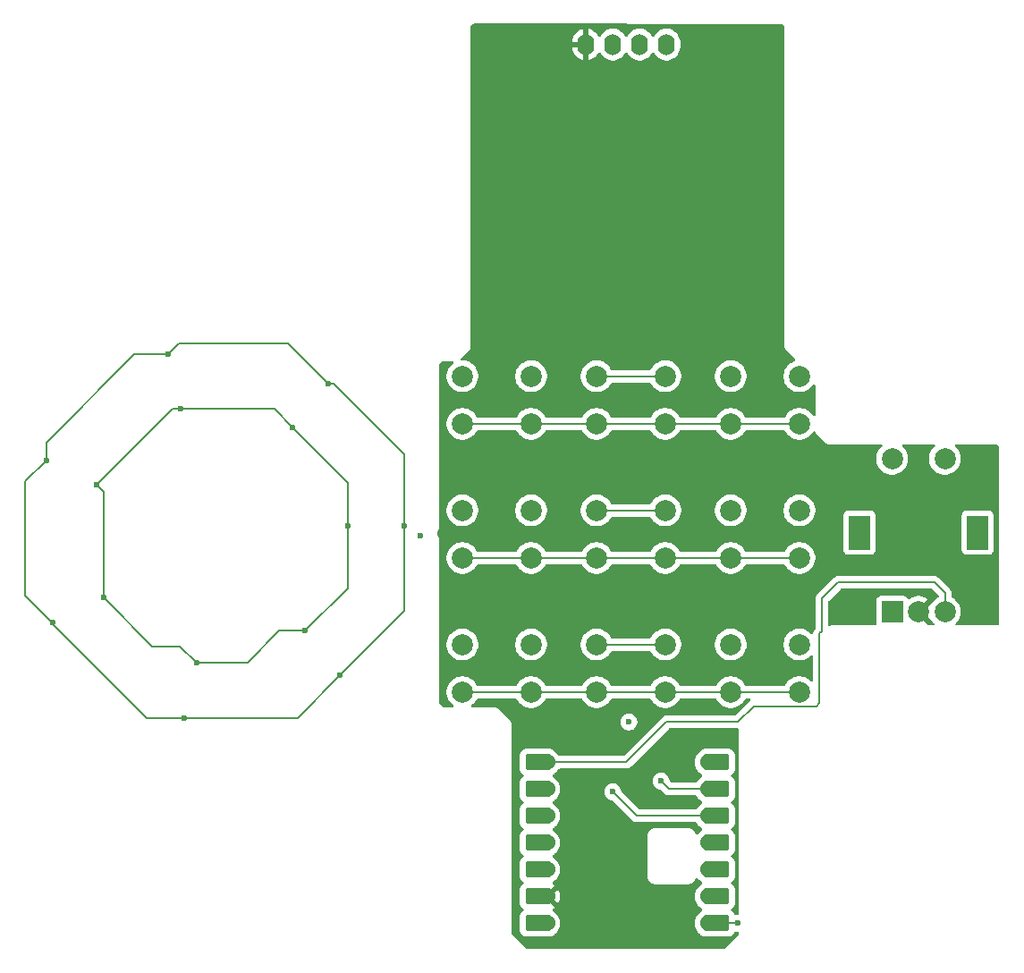
<source format=gbr>
%TF.GenerationSoftware,KiCad,Pcbnew,9.0.1*%
%TF.CreationDate,2025-06-15T22:50:49-06:00*%
%TF.ProjectId,AuraCTRL PCB,41757261-4354-4524-9c20-5043422e6b69,rev?*%
%TF.SameCoordinates,Original*%
%TF.FileFunction,Copper,L1,Top*%
%TF.FilePolarity,Positive*%
%FSLAX46Y46*%
G04 Gerber Fmt 4.6, Leading zero omitted, Abs format (unit mm)*
G04 Created by KiCad (PCBNEW 9.0.1) date 2025-06-15 22:50:49*
%MOMM*%
%LPD*%
G01*
G04 APERTURE LIST*
G04 Aperture macros list*
%AMRoundRect*
0 Rectangle with rounded corners*
0 $1 Rounding radius*
0 $2 $3 $4 $5 $6 $7 $8 $9 X,Y pos of 4 corners*
0 Add a 4 corners polygon primitive as box body*
4,1,4,$2,$3,$4,$5,$6,$7,$8,$9,$2,$3,0*
0 Add four circle primitives for the rounded corners*
1,1,$1+$1,$2,$3*
1,1,$1+$1,$4,$5*
1,1,$1+$1,$6,$7*
1,1,$1+$1,$8,$9*
0 Add four rect primitives between the rounded corners*
20,1,$1+$1,$2,$3,$4,$5,0*
20,1,$1+$1,$4,$5,$6,$7,0*
20,1,$1+$1,$6,$7,$8,$9,0*
20,1,$1+$1,$8,$9,$2,$3,0*%
G04 Aperture macros list end*
%TA.AperFunction,ComponentPad*%
%ADD10C,2.000000*%
%TD*%
%TA.AperFunction,ComponentPad*%
%ADD11O,1.600000X2.000000*%
%TD*%
%TA.AperFunction,ComponentPad*%
%ADD12R,2.000000X2.000000*%
%TD*%
%TA.AperFunction,ComponentPad*%
%ADD13R,2.000000X3.200000*%
%TD*%
%TA.AperFunction,SMDPad,CuDef*%
%ADD14RoundRect,0.152400X-1.063600X-0.609600X1.063600X-0.609600X1.063600X0.609600X-1.063600X0.609600X0*%
%TD*%
%TA.AperFunction,ComponentPad*%
%ADD15C,1.524000*%
%TD*%
%TA.AperFunction,SMDPad,CuDef*%
%ADD16RoundRect,0.152400X1.063600X0.609600X-1.063600X0.609600X-1.063600X-0.609600X1.063600X-0.609600X0*%
%TD*%
%TA.AperFunction,ViaPad*%
%ADD17C,0.600000*%
%TD*%
%TA.AperFunction,Conductor*%
%ADD18C,0.200000*%
%TD*%
G04 APERTURE END LIST*
D10*
%TO.P,Back1,2,2*%
%TO.N,Row1*%
X103020000Y-116550000D03*
X96520000Y-116550000D03*
%TO.P,Back1,1,1*%
%TO.N,Colum3*%
X103020000Y-112050000D03*
X96520000Y-112050000D03*
%TD*%
%TO.P,Confirm1,2,2*%
%TO.N,Row1*%
X77620000Y-116550000D03*
X71120000Y-116550000D03*
%TO.P,Confirm1,1,1*%
%TO.N,Colum1*%
X77620000Y-112050000D03*
X71120000Y-112050000D03*
%TD*%
%TO.P,D-Pad_Up1,2,2*%
%TO.N,Row1*%
X90320000Y-116550000D03*
X83820000Y-116550000D03*
%TO.P,D-Pad_Up1,1,1*%
%TO.N,Colum2*%
X90320000Y-112050000D03*
X83820000Y-112050000D03*
%TD*%
%TO.P,SW7,2,2*%
%TO.N,Row2*%
X103020000Y-129250000D03*
X96520000Y-129250000D03*
%TO.P,SW7,1,1*%
%TO.N,Colum3*%
X103020000Y-124750000D03*
X96520000Y-124750000D03*
%TD*%
%TO.P,Enter1,2,2*%
%TO.N,Row2*%
X90320000Y-129250000D03*
X83820000Y-129250000D03*
%TO.P,Enter1,1,1*%
%TO.N,Colum2*%
X90320000Y-124750000D03*
X83820000Y-124750000D03*
%TD*%
%TO.P,D-Pad_Right1,2,2*%
%TO.N,Row2*%
X77620000Y-129250000D03*
X71120000Y-129250000D03*
%TO.P,D-Pad_Right1,1,1*%
%TO.N,Colum1*%
X77620000Y-124750000D03*
X71120000Y-124750000D03*
%TD*%
%TO.P,SW8,2,2*%
%TO.N,Row3*%
X103020000Y-141950000D03*
X96520000Y-141950000D03*
%TO.P,SW8,1,1*%
%TO.N,Colum3*%
X103020000Y-137450000D03*
X96520000Y-137450000D03*
%TD*%
%TO.P,SW5,2,2*%
%TO.N,Row3*%
X77620000Y-141950000D03*
X71120000Y-141950000D03*
%TO.P,SW5,1,1*%
%TO.N,Colum1*%
X77620000Y-137450000D03*
X71120000Y-137450000D03*
%TD*%
%TO.P,SW6,2,2*%
%TO.N,Row3*%
X90320000Y-141950000D03*
X83820000Y-141950000D03*
%TO.P,SW6,1,1*%
%TO.N,Colum2*%
X90320000Y-137450000D03*
X83820000Y-137450000D03*
%TD*%
D11*
%TO.P,J1,1,Pin_1*%
%TO.N,GND*%
X82820238Y-80645000D03*
%TO.P,J1,2,Pin_2*%
%TO.N,3v3*%
X85360238Y-80645000D03*
%TO.P,J1,3,Pin_3*%
%TO.N,SCL*%
X87900238Y-80645000D03*
%TO.P,J1,4,Pin_4*%
%TO.N,SDA*%
X90440238Y-80645000D03*
%TD*%
D12*
%TO.P,SW1,A,A*%
%TO.N,EC-A*%
X111800000Y-134350000D03*
D10*
%TO.P,SW1,B,B*%
%TO.N,EC-B*%
X116800000Y-134350000D03*
%TO.P,SW1,C,C*%
%TO.N,GND*%
X114300000Y-134350000D03*
D13*
%TO.P,SW1,MP*%
%TO.N,N/C*%
X108700000Y-126850000D03*
X119900000Y-126850000D03*
D10*
%TO.P,SW1,S1,S1*%
%TO.N,Colum3*%
X116800000Y-119850000D03*
%TO.P,SW1,S2,S2*%
%TO.N,Row1*%
X111800000Y-119850000D03*
%TD*%
D14*
%TO.P,U1,1,GPIO2/A0/D0*%
%TO.N,Net-(D1-DIN)*%
X95195238Y-163830000D03*
D15*
X94360238Y-163830000D03*
D14*
%TO.P,U1,2,GPIO3/A1/D1*%
%TO.N,Colum1*%
X95195238Y-161290000D03*
D15*
X94360238Y-161290000D03*
D14*
%TO.P,U1,3,GPIO4/A2/D2*%
%TO.N,Colum2*%
X95195238Y-158750000D03*
D15*
X94360238Y-158750000D03*
D14*
%TO.P,U1,4,GPIO5/A3/D3*%
%TO.N,Colum3*%
X95195238Y-156210000D03*
D15*
X94360238Y-156210000D03*
D14*
%TO.P,U1,5,GPIO6/D4/SDA*%
%TO.N,SDA*%
X95195238Y-153670000D03*
D15*
X94360238Y-153670000D03*
D14*
%TO.P,U1,6,GPIO7/D5/SCL*%
%TO.N,SCL*%
X95195238Y-151130000D03*
D15*
X94360238Y-151130000D03*
D14*
%TO.P,U1,7,GPIO21/D6/TX*%
%TO.N,EC-A*%
X95195238Y-148590000D03*
D15*
X94360238Y-148590000D03*
%TO.P,U1,8,GPIO20/D7/RX*%
%TO.N,EC-B*%
X79120238Y-148590000D03*
D16*
X78285238Y-148590000D03*
D15*
%TO.P,U1,9,GPIO8/D8/SCK*%
%TO.N,Row3*%
X79120238Y-151130000D03*
D16*
X78285238Y-151130000D03*
D15*
%TO.P,U1,10,GPIO9/D9/MISO*%
%TO.N,Row2*%
X79120238Y-153670000D03*
D16*
X78285238Y-153670000D03*
D15*
%TO.P,U1,11,GPIO10/D10/MOSI*%
%TO.N,Row1*%
X79120238Y-156210000D03*
D16*
X78285238Y-156210000D03*
D15*
%TO.P,U1,12,VCC_3V3*%
%TO.N,3v3*%
X79120238Y-158750000D03*
D16*
X78285238Y-158750000D03*
D15*
%TO.P,U1,13,GND*%
%TO.N,GND*%
X79120238Y-161290000D03*
D16*
X78285238Y-161290000D03*
D15*
%TO.P,U1,14,VBUS*%
%TO.N,5V+*%
X79120238Y-163830000D03*
D16*
X78285238Y-163830000D03*
%TD*%
D17*
%TO.N,Net-(D1-DIN)*%
X97155000Y-163830000D03*
%TO.N,Net-(D1-VDD)*%
X31705781Y-120012307D03*
%TO.N,Net-(D1-DOUT)*%
X37176813Y-133019058D03*
X36525935Y-122333645D03*
X55036723Y-116905740D03*
X56209481Y-136160172D03*
%TO.N,Net-(D1-DIN)*%
X67146511Y-127169375D03*
%TO.N,Net-(D1-DOUT)*%
X60259324Y-126250574D03*
X44474358Y-115162513D03*
%TO.N,Net-(D1-VDD)*%
X32356618Y-135340312D03*
X58372362Y-112722916D03*
X65609324Y-126250574D03*
X44746336Y-144388303D03*
X43283885Y-109946645D03*
%TO.N,Net-(D1-DOUT)*%
X45936810Y-139172434D03*
%TO.N,Net-(D1-VDD)*%
X59545193Y-140342936D03*
%TO.N,SCL*%
X89916000Y-150368000D03*
%TO.N,SDA*%
X85344000Y-151384000D03*
X86868000Y-144780000D03*
%TD*%
D18*
%TO.N,Net-(D1-DIN)*%
X95195238Y-163830000D02*
X97155000Y-163830000D01*
%TO.N,Net-(D1-DOUT)*%
X53778114Y-136160172D02*
X56209481Y-136160172D01*
%TO.N,Net-(D1-VDD)*%
X44263956Y-108966574D02*
X54616020Y-108966574D01*
%TO.N,Net-(D1-DOUT)*%
X45936810Y-139172434D02*
X50765852Y-139172434D01*
%TO.N,Net-(D1-VDD)*%
X58372362Y-112722916D02*
X58896769Y-112722916D01*
%TO.N,Net-(D1-DOUT)*%
X36525935Y-122333645D02*
X43697067Y-115162513D01*
X44474358Y-115162513D02*
X53293496Y-115162513D01*
%TO.N,Net-(D1-VDD)*%
X40074563Y-109946645D02*
X31705781Y-118315427D01*
X41249487Y-144388303D02*
X44746336Y-144388303D01*
%TO.N,Net-(D1-DOUT)*%
X36525935Y-122333645D02*
X37176813Y-122984523D01*
X44365950Y-137601574D02*
X45936810Y-139172434D01*
X50765852Y-139172434D02*
X53778114Y-136160172D01*
%TO.N,Net-(D1-VDD)*%
X31705781Y-118315427D02*
X31705781Y-120012307D01*
X43283885Y-109946645D02*
X40074563Y-109946645D01*
X43283885Y-109946645D02*
X44263956Y-108966574D01*
X65609324Y-134278805D02*
X65609324Y-126250574D01*
X32356618Y-135340312D02*
X32249372Y-135340312D01*
%TO.N,Net-(D1-DOUT)*%
X55036723Y-116905740D02*
X60259324Y-122128341D01*
X53293496Y-115162513D02*
X55036723Y-116905740D01*
X60259324Y-132110329D02*
X60259324Y-126250574D01*
X43697067Y-115162513D02*
X44474358Y-115162513D01*
%TO.N,Net-(D1-VDD)*%
X29751634Y-132842574D02*
X29751634Y-121966454D01*
X29751634Y-121966454D02*
X31705781Y-120012307D01*
X59545193Y-140342936D02*
X65609324Y-134278805D01*
X32356618Y-135495434D02*
X41249487Y-144388303D01*
X58896769Y-112722916D02*
X65609324Y-119435471D01*
X32356618Y-135340312D02*
X32356618Y-135495434D01*
X44746336Y-144388303D02*
X55499826Y-144388303D01*
%TO.N,Net-(D1-DOUT)*%
X60259324Y-122128341D02*
X60259324Y-126250574D01*
%TO.N,Net-(D1-VDD)*%
X65609324Y-119435471D02*
X65609324Y-126250574D01*
X32249372Y-135340312D02*
X29751634Y-132842574D01*
%TO.N,Net-(D1-DOUT)*%
X56209481Y-136160172D02*
X60259324Y-132110329D01*
%TO.N,Net-(D1-VDD)*%
X55499826Y-144388303D02*
X59545193Y-140342936D01*
%TO.N,Net-(D1-DOUT)*%
X41759329Y-137601574D02*
X44365950Y-137601574D01*
X37176813Y-133019058D02*
X41759329Y-137601574D01*
X37176813Y-122984523D02*
X37176813Y-133019058D01*
%TO.N,Net-(D1-VDD)*%
X54616020Y-108966574D02*
X58372362Y-112722916D01*
%TO.N,Row1*%
X71120000Y-116550000D02*
X83820000Y-116550000D01*
X83820000Y-116550000D02*
X90320000Y-116550000D01*
X71120000Y-116550000D02*
X77620000Y-116550000D01*
X90320000Y-116550000D02*
X96520000Y-116550000D01*
X96520000Y-116550000D02*
X103020000Y-116550000D01*
%TO.N,Row2*%
X83820000Y-129250000D02*
X90320000Y-129250000D01*
X71120000Y-129250000D02*
X77620000Y-129250000D01*
X77620000Y-129250000D02*
X83820000Y-129250000D01*
X90320000Y-129250000D02*
X96520000Y-129250000D01*
X96520000Y-129250000D02*
X103020000Y-129250000D01*
%TO.N,Colum2*%
X83820000Y-137450000D02*
X90320000Y-137450000D01*
X83820000Y-112050000D02*
X90320000Y-112050000D01*
X83820000Y-124750000D02*
X90320000Y-124750000D01*
%TO.N,EC-B*%
X104653058Y-143290000D02*
X98684058Y-143290000D01*
X98684058Y-143290000D02*
X97194058Y-144780000D01*
X104936000Y-136403058D02*
X104936000Y-143007058D01*
X115824000Y-131572000D02*
X106680000Y-131572000D01*
X116800000Y-134350000D02*
X116800000Y-132548000D01*
X97194058Y-144780000D02*
X90424000Y-144780000D01*
X86614000Y-148590000D02*
X79120238Y-148590000D01*
X105156000Y-133096000D02*
X105156000Y-136183058D01*
X106680000Y-131572000D02*
X105156000Y-133096000D01*
X104936000Y-143007058D02*
X104653058Y-143290000D01*
X105156000Y-136183058D02*
X104936000Y-136403058D01*
X116800000Y-132548000D02*
X115824000Y-131572000D01*
X90424000Y-144780000D02*
X86614000Y-148590000D01*
%TO.N,Row3*%
X71120000Y-141950000D02*
X77620000Y-141950000D01*
X83820000Y-141950000D02*
X90320000Y-141950000D01*
X96520000Y-141950000D02*
X90320000Y-141950000D01*
X103020000Y-141950000D02*
X96520000Y-141950000D01*
X71120000Y-141950000D02*
X83820000Y-141950000D01*
%TO.N,SCL*%
X90678000Y-151130000D02*
X95195238Y-151130000D01*
X89916000Y-150368000D02*
X90678000Y-151130000D01*
%TO.N,SDA*%
X87630000Y-153670000D02*
X85344000Y-151384000D01*
X94360238Y-153670000D02*
X87630000Y-153670000D01*
%TD*%
%TA.AperFunction,Conductor*%
%TO.N,GND*%
G36*
X76232971Y-142570185D02*
G01*
X76276416Y-142618203D01*
X76336657Y-142736433D01*
X76475483Y-142927510D01*
X76642490Y-143094517D01*
X76833567Y-143233343D01*
X76932991Y-143284002D01*
X77044003Y-143340566D01*
X77044005Y-143340566D01*
X77044008Y-143340568D01*
X77164412Y-143379689D01*
X77268631Y-143413553D01*
X77501903Y-143450500D01*
X77501908Y-143450500D01*
X77738097Y-143450500D01*
X77971368Y-143413553D01*
X77974116Y-143412660D01*
X78195992Y-143340568D01*
X78406433Y-143233343D01*
X78597510Y-143094517D01*
X78764517Y-142927510D01*
X78903343Y-142736433D01*
X78963583Y-142618204D01*
X79011558Y-142567409D01*
X79074068Y-142550500D01*
X82365932Y-142550500D01*
X82432971Y-142570185D01*
X82476416Y-142618203D01*
X82536657Y-142736433D01*
X82675483Y-142927510D01*
X82842490Y-143094517D01*
X83033567Y-143233343D01*
X83132991Y-143284002D01*
X83244003Y-143340566D01*
X83244005Y-143340566D01*
X83244008Y-143340568D01*
X83364412Y-143379689D01*
X83468631Y-143413553D01*
X83701903Y-143450500D01*
X83701908Y-143450500D01*
X83938097Y-143450500D01*
X84171368Y-143413553D01*
X84174116Y-143412660D01*
X84395992Y-143340568D01*
X84606433Y-143233343D01*
X84797510Y-143094517D01*
X84964517Y-142927510D01*
X85103343Y-142736433D01*
X85163583Y-142618204D01*
X85211558Y-142567409D01*
X85274068Y-142550500D01*
X88865932Y-142550500D01*
X88932971Y-142570185D01*
X88976416Y-142618203D01*
X89036657Y-142736433D01*
X89175483Y-142927510D01*
X89342490Y-143094517D01*
X89533567Y-143233343D01*
X89632991Y-143284002D01*
X89744003Y-143340566D01*
X89744005Y-143340566D01*
X89744008Y-143340568D01*
X89864412Y-143379689D01*
X89968631Y-143413553D01*
X90201903Y-143450500D01*
X90201908Y-143450500D01*
X90438097Y-143450500D01*
X90671368Y-143413553D01*
X90674116Y-143412660D01*
X90895992Y-143340568D01*
X91106433Y-143233343D01*
X91297510Y-143094517D01*
X91464517Y-142927510D01*
X91603343Y-142736433D01*
X91663583Y-142618204D01*
X91711558Y-142567409D01*
X91774068Y-142550500D01*
X95065932Y-142550500D01*
X95132971Y-142570185D01*
X95176416Y-142618203D01*
X95236657Y-142736433D01*
X95375483Y-142927510D01*
X95542490Y-143094517D01*
X95733567Y-143233343D01*
X95832991Y-143284002D01*
X95944003Y-143340566D01*
X95944005Y-143340566D01*
X95944008Y-143340568D01*
X96064412Y-143379689D01*
X96168631Y-143413553D01*
X96401903Y-143450500D01*
X96401908Y-143450500D01*
X96638097Y-143450500D01*
X96871368Y-143413553D01*
X96874116Y-143412660D01*
X97095992Y-143340568D01*
X97306433Y-143233343D01*
X97497510Y-143094517D01*
X97664517Y-142927510D01*
X97803343Y-142736433D01*
X97863583Y-142618204D01*
X97911558Y-142567409D01*
X97974068Y-142550500D01*
X98301135Y-142550500D01*
X98368174Y-142570185D01*
X98413929Y-142622989D01*
X98423873Y-142692147D01*
X98394848Y-142755703D01*
X98363135Y-142781886D01*
X98348093Y-142790570D01*
X98315342Y-142809479D01*
X98315340Y-142809481D01*
X98203536Y-142921286D01*
X96981642Y-144143181D01*
X96920319Y-144176666D01*
X96893961Y-144179500D01*
X90510670Y-144179500D01*
X90510654Y-144179499D01*
X90503058Y-144179499D01*
X90344943Y-144179499D01*
X90274726Y-144198314D01*
X90192214Y-144220423D01*
X90192209Y-144220426D01*
X90055290Y-144299475D01*
X90055282Y-144299481D01*
X86401584Y-147953181D01*
X86340261Y-147986666D01*
X86313903Y-147989500D01*
X80306968Y-147989500D01*
X80239929Y-147969815D01*
X80203046Y-147932133D01*
X80202889Y-147932248D01*
X80202110Y-147931176D01*
X80201238Y-147930285D01*
X80200027Y-147928309D01*
X80189975Y-147914473D01*
X80083219Y-147767536D01*
X79942702Y-147627019D01*
X79863175Y-147569239D01*
X79848385Y-147556608D01*
X79752185Y-147460408D01*
X79752184Y-147460407D01*
X79752181Y-147460405D01*
X79610195Y-147376435D01*
X79610192Y-147376434D01*
X79451790Y-147330413D01*
X79451784Y-147330412D01*
X79414779Y-147327500D01*
X79414772Y-147327500D01*
X77155704Y-147327500D01*
X77155696Y-147327500D01*
X77118691Y-147330412D01*
X77118685Y-147330413D01*
X76960283Y-147376434D01*
X76960280Y-147376435D01*
X76818294Y-147460405D01*
X76818285Y-147460412D01*
X76701650Y-147577047D01*
X76701643Y-147577056D01*
X76617673Y-147719042D01*
X76617672Y-147719045D01*
X76571651Y-147877447D01*
X76571650Y-147877453D01*
X76568738Y-147914458D01*
X76568738Y-149265541D01*
X76571650Y-149302546D01*
X76571651Y-149302552D01*
X76617672Y-149460954D01*
X76617673Y-149460957D01*
X76701643Y-149602943D01*
X76701650Y-149602952D01*
X76818285Y-149719587D01*
X76818288Y-149719589D01*
X76818291Y-149719592D01*
X76875234Y-149753268D01*
X76922917Y-149804338D01*
X76935420Y-149873079D01*
X76908774Y-149937669D01*
X76875234Y-149966731D01*
X76837873Y-149988827D01*
X76818291Y-150000408D01*
X76818285Y-150000412D01*
X76701650Y-150117047D01*
X76701643Y-150117056D01*
X76617673Y-150259042D01*
X76617672Y-150259045D01*
X76571651Y-150417447D01*
X76571650Y-150417453D01*
X76568738Y-150454458D01*
X76568738Y-151805541D01*
X76571650Y-151842546D01*
X76571651Y-151842552D01*
X76617672Y-152000954D01*
X76617673Y-152000957D01*
X76617674Y-152000959D01*
X76636456Y-152032718D01*
X76701643Y-152142943D01*
X76701650Y-152142952D01*
X76818285Y-152259587D01*
X76818288Y-152259589D01*
X76818291Y-152259592D01*
X76875234Y-152293268D01*
X76922917Y-152344338D01*
X76935420Y-152413079D01*
X76908774Y-152477669D01*
X76875234Y-152506732D01*
X76818291Y-152540408D01*
X76818285Y-152540412D01*
X76701650Y-152657047D01*
X76701643Y-152657056D01*
X76617673Y-152799042D01*
X76617672Y-152799045D01*
X76571651Y-152957447D01*
X76571650Y-152957453D01*
X76568738Y-152994458D01*
X76568738Y-154345541D01*
X76571650Y-154382546D01*
X76571651Y-154382552D01*
X76617672Y-154540954D01*
X76617673Y-154540957D01*
X76701643Y-154682943D01*
X76701650Y-154682952D01*
X76818285Y-154799587D01*
X76818288Y-154799589D01*
X76818291Y-154799592D01*
X76875234Y-154833268D01*
X76922917Y-154884338D01*
X76935420Y-154953079D01*
X76908774Y-155017669D01*
X76875234Y-155046732D01*
X76818291Y-155080408D01*
X76818285Y-155080412D01*
X76701650Y-155197047D01*
X76701643Y-155197056D01*
X76617673Y-155339042D01*
X76617672Y-155339045D01*
X76571651Y-155497447D01*
X76571650Y-155497453D01*
X76568738Y-155534458D01*
X76568738Y-156885541D01*
X76571650Y-156922546D01*
X76571651Y-156922552D01*
X76617672Y-157080954D01*
X76617673Y-157080957D01*
X76701643Y-157222943D01*
X76701650Y-157222952D01*
X76818285Y-157339587D01*
X76818288Y-157339589D01*
X76818291Y-157339592D01*
X76875234Y-157373268D01*
X76922917Y-157424338D01*
X76935420Y-157493079D01*
X76908774Y-157557669D01*
X76875234Y-157586732D01*
X76818291Y-157620408D01*
X76818285Y-157620412D01*
X76701650Y-157737047D01*
X76701643Y-157737056D01*
X76617673Y-157879042D01*
X76617672Y-157879045D01*
X76571651Y-158037447D01*
X76571650Y-158037453D01*
X76568738Y-158074458D01*
X76568738Y-159425541D01*
X76571650Y-159462546D01*
X76571651Y-159462552D01*
X76617672Y-159620954D01*
X76617673Y-159620957D01*
X76701643Y-159762943D01*
X76701650Y-159762952D01*
X76818285Y-159879587D01*
X76818294Y-159879594D01*
X76875724Y-159913558D01*
X76923408Y-159964627D01*
X76935911Y-160033369D01*
X76909266Y-160097958D01*
X76875725Y-160127021D01*
X76818605Y-160160801D01*
X76818594Y-160160810D01*
X76702048Y-160277356D01*
X76702041Y-160277365D01*
X76618135Y-160419243D01*
X76618134Y-160419246D01*
X76572149Y-160577526D01*
X76572148Y-160577532D01*
X76569238Y-160614511D01*
X76569238Y-161965469D01*
X76569239Y-161965491D01*
X76572148Y-162002466D01*
X76618135Y-162160757D01*
X76702041Y-162302634D01*
X76702048Y-162302643D01*
X76818594Y-162419189D01*
X76818602Y-162419195D01*
X76875724Y-162452977D01*
X76923407Y-162504046D01*
X76935911Y-162572788D01*
X76909266Y-162637377D01*
X76875725Y-162666440D01*
X76818296Y-162700403D01*
X76818285Y-162700412D01*
X76701650Y-162817047D01*
X76701643Y-162817056D01*
X76617673Y-162959042D01*
X76617672Y-162959045D01*
X76571651Y-163117447D01*
X76571650Y-163117453D01*
X76568738Y-163154458D01*
X76568738Y-164505541D01*
X76571650Y-164542546D01*
X76571651Y-164542552D01*
X76617672Y-164700954D01*
X76617673Y-164700957D01*
X76701643Y-164842943D01*
X76701650Y-164842952D01*
X76818285Y-164959587D01*
X76818289Y-164959590D01*
X76818291Y-164959592D01*
X76960279Y-165043564D01*
X77002054Y-165055701D01*
X77118685Y-165089586D01*
X77118688Y-165089586D01*
X77118690Y-165089587D01*
X77155704Y-165092500D01*
X77155712Y-165092500D01*
X79414764Y-165092500D01*
X79414772Y-165092500D01*
X79451786Y-165089587D01*
X79451788Y-165089586D01*
X79451790Y-165089586D01*
X79493561Y-165077449D01*
X79610197Y-165043564D01*
X79752185Y-164959592D01*
X79848386Y-164863389D01*
X79863177Y-164850758D01*
X79942702Y-164792981D01*
X80083219Y-164652464D01*
X80200025Y-164491694D01*
X80290243Y-164314632D01*
X80351651Y-164125636D01*
X80382738Y-163929361D01*
X80382738Y-163730639D01*
X80351651Y-163534364D01*
X80290243Y-163345368D01*
X80290243Y-163345367D01*
X80200024Y-163168305D01*
X80083219Y-163007536D01*
X79942702Y-162867019D01*
X79863175Y-162809239D01*
X79856451Y-162803992D01*
X79852257Y-162800480D01*
X79752185Y-162700408D01*
X79686029Y-162661283D01*
X79678262Y-162654779D01*
X79664274Y-162633800D01*
X79647067Y-162615371D01*
X79645221Y-162605225D01*
X79639501Y-162596646D01*
X79639075Y-162571434D01*
X79634564Y-162546630D01*
X79638496Y-162537098D01*
X79638322Y-162526787D01*
X79651594Y-162505347D01*
X79661210Y-162482040D01*
X79671593Y-162473042D01*
X79675100Y-162467379D01*
X79681844Y-162464160D01*
X79694752Y-162452976D01*
X79751873Y-162419195D01*
X79823877Y-162347191D01*
X79204332Y-161727647D01*
X79291809Y-161704208D01*
X79393168Y-161645689D01*
X79475927Y-161562930D01*
X79534446Y-161461571D01*
X79557885Y-161374094D01*
X80172506Y-161988715D01*
X80199600Y-161951425D01*
X80289780Y-161774437D01*
X80351162Y-161585523D01*
X80351162Y-161585520D01*
X80382238Y-161389321D01*
X80382238Y-161190678D01*
X80351162Y-160994479D01*
X80351162Y-160994476D01*
X80289780Y-160805562D01*
X80199596Y-160628567D01*
X80172506Y-160591283D01*
X79557885Y-161205904D01*
X79534446Y-161118429D01*
X79475927Y-161017070D01*
X79393168Y-160934311D01*
X79291809Y-160875792D01*
X79204331Y-160852352D01*
X79823877Y-160232807D01*
X79751877Y-160160807D01*
X79751872Y-160160803D01*
X79694751Y-160127022D01*
X79647067Y-160075953D01*
X79634564Y-160007211D01*
X79661210Y-159942622D01*
X79678262Y-159925220D01*
X79686025Y-159918718D01*
X79752185Y-159879592D01*
X79852257Y-159779518D01*
X79856451Y-159776007D01*
X79857636Y-159775489D01*
X79863177Y-159770758D01*
X79942702Y-159712981D01*
X80083219Y-159572464D01*
X80200025Y-159411694D01*
X80290243Y-159234632D01*
X80351651Y-159045636D01*
X80382738Y-158849361D01*
X80382738Y-158650639D01*
X80351651Y-158454364D01*
X80290243Y-158265368D01*
X80290243Y-158265367D01*
X80200024Y-158088305D01*
X80083219Y-157927536D01*
X79942702Y-157787019D01*
X79863175Y-157729239D01*
X79856413Y-157723960D01*
X79852238Y-157720461D01*
X79752185Y-157620408D01*
X79686497Y-157581560D01*
X79678715Y-157575038D01*
X79664748Y-157554073D01*
X79647559Y-157535663D01*
X79645709Y-157525492D01*
X79639978Y-157516890D01*
X79639562Y-157491702D01*
X79635055Y-157466921D01*
X79638996Y-157457366D01*
X79638826Y-157447030D01*
X79652094Y-157425616D01*
X79661700Y-157402332D01*
X79672112Y-157393309D01*
X79675627Y-157387638D01*
X79682365Y-157384425D01*
X79695242Y-157373268D01*
X79752185Y-157339592D01*
X79848386Y-157243389D01*
X79863177Y-157230758D01*
X79942702Y-157172981D01*
X80083219Y-157032464D01*
X80200025Y-156871694D01*
X80290243Y-156694632D01*
X80351651Y-156505636D01*
X80382738Y-156309361D01*
X80382738Y-156110639D01*
X80351651Y-155914364D01*
X80290243Y-155725368D01*
X80290243Y-155725367D01*
X80200024Y-155548305D01*
X80083219Y-155387536D01*
X79942702Y-155247019D01*
X79863175Y-155189239D01*
X79856413Y-155183960D01*
X79852238Y-155180461D01*
X79752185Y-155080408D01*
X79686497Y-155041560D01*
X79678715Y-155035038D01*
X79664748Y-155014073D01*
X79647559Y-154995663D01*
X79645709Y-154985492D01*
X79639978Y-154976890D01*
X79639562Y-154951702D01*
X79635055Y-154926921D01*
X79638996Y-154917366D01*
X79638826Y-154907030D01*
X79652094Y-154885616D01*
X79661700Y-154862332D01*
X79672112Y-154853309D01*
X79675627Y-154847638D01*
X79682365Y-154844425D01*
X79695242Y-154833268D01*
X79752185Y-154799592D01*
X79848386Y-154703389D01*
X79863177Y-154690758D01*
X79942702Y-154632981D01*
X80083219Y-154492464D01*
X80200025Y-154331694D01*
X80290243Y-154154632D01*
X80351651Y-153965636D01*
X80382738Y-153769361D01*
X80382738Y-153570639D01*
X80351651Y-153374364D01*
X80290243Y-153185368D01*
X80290243Y-153185367D01*
X80221175Y-153049815D01*
X80200025Y-153008306D01*
X80083219Y-152847536D01*
X79942702Y-152707019D01*
X79863175Y-152649239D01*
X79856413Y-152643960D01*
X79852238Y-152640461D01*
X79752185Y-152540408D01*
X79686497Y-152501560D01*
X79678715Y-152495038D01*
X79664748Y-152474073D01*
X79647559Y-152455663D01*
X79645709Y-152445492D01*
X79639978Y-152436890D01*
X79639562Y-152411702D01*
X79635055Y-152386921D01*
X79638996Y-152377366D01*
X79638826Y-152367030D01*
X79652094Y-152345616D01*
X79661700Y-152322332D01*
X79672112Y-152313309D01*
X79675627Y-152307638D01*
X79682365Y-152304425D01*
X79695242Y-152293268D01*
X79752185Y-152259592D01*
X79848386Y-152163389D01*
X79863177Y-152150758D01*
X79942702Y-152092981D01*
X80083219Y-151952464D01*
X80200025Y-151791694D01*
X80290243Y-151614632D01*
X80351651Y-151425636D01*
X80382738Y-151229361D01*
X80382738Y-151030639D01*
X80351651Y-150834364D01*
X80290243Y-150645368D01*
X80290243Y-150645367D01*
X80224919Y-150517163D01*
X80200025Y-150468306D01*
X80083219Y-150307536D01*
X79942702Y-150167019D01*
X79863175Y-150109239D01*
X79856413Y-150103960D01*
X79852238Y-150100461D01*
X79752185Y-150000408D01*
X79686497Y-149961560D01*
X79678715Y-149955038D01*
X79664748Y-149934073D01*
X79647559Y-149915663D01*
X79645709Y-149905492D01*
X79639978Y-149896890D01*
X79639562Y-149871702D01*
X79635055Y-149846921D01*
X79638996Y-149837366D01*
X79638826Y-149827030D01*
X79652094Y-149805616D01*
X79661700Y-149782332D01*
X79672112Y-149773309D01*
X79675627Y-149767638D01*
X79682365Y-149764425D01*
X79695242Y-149753268D01*
X79752185Y-149719592D01*
X79848386Y-149623389D01*
X79863177Y-149610758D01*
X79942702Y-149552981D01*
X80083219Y-149412464D01*
X80200025Y-149251694D01*
X80200027Y-149251689D01*
X80201238Y-149249715D01*
X80201894Y-149249121D01*
X80202889Y-149247752D01*
X80203176Y-149247960D01*
X80253048Y-149202837D01*
X80306968Y-149190500D01*
X86527331Y-149190500D01*
X86527347Y-149190501D01*
X86534943Y-149190501D01*
X86693054Y-149190501D01*
X86693057Y-149190501D01*
X86845785Y-149149577D01*
X86895904Y-149120639D01*
X86982716Y-149070520D01*
X87094520Y-148958716D01*
X87094520Y-148958714D01*
X87104728Y-148948507D01*
X87104729Y-148948504D01*
X90636417Y-145416819D01*
X90697740Y-145383334D01*
X90724098Y-145380500D01*
X97107391Y-145380500D01*
X97114997Y-145380500D01*
X97115001Y-145380501D01*
X97165502Y-145380501D01*
X97204872Y-145392061D01*
X97232539Y-145400186D01*
X97232541Y-145400187D01*
X97278295Y-145452991D01*
X97278296Y-145453001D01*
X97289500Y-145504501D01*
X97289500Y-162905500D01*
X97269815Y-162972539D01*
X97217011Y-163018294D01*
X97165500Y-163029500D01*
X97076153Y-163029500D01*
X97005349Y-163043584D01*
X96935757Y-163037357D01*
X96880580Y-162994494D01*
X96866631Y-162965888D01*
X96865902Y-162966204D01*
X96862802Y-162959042D01*
X96862802Y-162959041D01*
X96778830Y-162817053D01*
X96778828Y-162817051D01*
X96778825Y-162817047D01*
X96662190Y-162700412D01*
X96662182Y-162700406D01*
X96605242Y-162666732D01*
X96557559Y-162615663D01*
X96545055Y-162546921D01*
X96571700Y-162482332D01*
X96605242Y-162453268D01*
X96605736Y-162452976D01*
X96662185Y-162419592D01*
X96778830Y-162302947D01*
X96862802Y-162160959D01*
X96908825Y-162002548D01*
X96911738Y-161965534D01*
X96911738Y-160614466D01*
X96908825Y-160577452D01*
X96862802Y-160419041D01*
X96778830Y-160277053D01*
X96778828Y-160277051D01*
X96778825Y-160277047D01*
X96662190Y-160160412D01*
X96662182Y-160160406D01*
X96626830Y-160139499D01*
X96605241Y-160126731D01*
X96557559Y-160075663D01*
X96545055Y-160006921D01*
X96571700Y-159942332D01*
X96605242Y-159913268D01*
X96662185Y-159879592D01*
X96778830Y-159762947D01*
X96862802Y-159620959D01*
X96908825Y-159462548D01*
X96911738Y-159425534D01*
X96911738Y-158074466D01*
X96908825Y-158037452D01*
X96862802Y-157879041D01*
X96778830Y-157737053D01*
X96778828Y-157737051D01*
X96778825Y-157737047D01*
X96662190Y-157620412D01*
X96662182Y-157620406D01*
X96605242Y-157586732D01*
X96557559Y-157535663D01*
X96545055Y-157466921D01*
X96571700Y-157402332D01*
X96605242Y-157373268D01*
X96662185Y-157339592D01*
X96778830Y-157222947D01*
X96862802Y-157080959D01*
X96908825Y-156922548D01*
X96911738Y-156885534D01*
X96911738Y-155534466D01*
X96908825Y-155497452D01*
X96862802Y-155339041D01*
X96802033Y-155236287D01*
X96778832Y-155197056D01*
X96778825Y-155197047D01*
X96662190Y-155080412D01*
X96662182Y-155080406D01*
X96605242Y-155046732D01*
X96557559Y-154995663D01*
X96545055Y-154926921D01*
X96571700Y-154862332D01*
X96605242Y-154833268D01*
X96662185Y-154799592D01*
X96778830Y-154682947D01*
X96862802Y-154540959D01*
X96908825Y-154382548D01*
X96911738Y-154345534D01*
X96911738Y-152994466D01*
X96908825Y-152957452D01*
X96862802Y-152799041D01*
X96778830Y-152657053D01*
X96778828Y-152657051D01*
X96778825Y-152657047D01*
X96662190Y-152540412D01*
X96662182Y-152540406D01*
X96605242Y-152506732D01*
X96557559Y-152455663D01*
X96545055Y-152386921D01*
X96571700Y-152322332D01*
X96605242Y-152293268D01*
X96662185Y-152259592D01*
X96778830Y-152142947D01*
X96862802Y-152000959D01*
X96908825Y-151842548D01*
X96911738Y-151805534D01*
X96911738Y-150454466D01*
X96908825Y-150417452D01*
X96862802Y-150259041D01*
X96778830Y-150117053D01*
X96778828Y-150117051D01*
X96778825Y-150117047D01*
X96662190Y-150000412D01*
X96662182Y-150000406D01*
X96605242Y-149966732D01*
X96557559Y-149915663D01*
X96545055Y-149846921D01*
X96571700Y-149782332D01*
X96605242Y-149753268D01*
X96662185Y-149719592D01*
X96778830Y-149602947D01*
X96862802Y-149460959D01*
X96908825Y-149302548D01*
X96911738Y-149265534D01*
X96911738Y-147914466D01*
X96908825Y-147877452D01*
X96862802Y-147719041D01*
X96778830Y-147577053D01*
X96778828Y-147577051D01*
X96778825Y-147577047D01*
X96662190Y-147460412D01*
X96662181Y-147460405D01*
X96520195Y-147376435D01*
X96520192Y-147376434D01*
X96361790Y-147330413D01*
X96361784Y-147330412D01*
X96324779Y-147327500D01*
X96324772Y-147327500D01*
X94065704Y-147327500D01*
X94065696Y-147327500D01*
X94028691Y-147330412D01*
X94028685Y-147330413D01*
X93870283Y-147376434D01*
X93870280Y-147376435D01*
X93728294Y-147460405D01*
X93728284Y-147460413D01*
X93632092Y-147556604D01*
X93617299Y-147569239D01*
X93537774Y-147627018D01*
X93397259Y-147767533D01*
X93280451Y-147928305D01*
X93190232Y-148105367D01*
X93190231Y-148105370D01*
X93128825Y-148294362D01*
X93097738Y-148490639D01*
X93097738Y-148689360D01*
X93128825Y-148885637D01*
X93190231Y-149074629D01*
X93190232Y-149074632D01*
X93249271Y-149190500D01*
X93280451Y-149251694D01*
X93397257Y-149412464D01*
X93397259Y-149412466D01*
X93537777Y-149552984D01*
X93617298Y-149610758D01*
X93624062Y-149616039D01*
X93628236Y-149619537D01*
X93728291Y-149719592D01*
X93793975Y-149758437D01*
X93801760Y-149764962D01*
X93815726Y-149785926D01*
X93832917Y-149804338D01*
X93834766Y-149814506D01*
X93840498Y-149823110D01*
X93840912Y-149848297D01*
X93845420Y-149873079D01*
X93841477Y-149882634D01*
X93841648Y-149892970D01*
X93828381Y-149914381D01*
X93818774Y-149937669D01*
X93808360Y-149946692D01*
X93804847Y-149952363D01*
X93798109Y-149955575D01*
X93785234Y-149966731D01*
X93747873Y-149988827D01*
X93728291Y-150000408D01*
X93728284Y-150000413D01*
X93632092Y-150096604D01*
X93617299Y-150109239D01*
X93537774Y-150167018D01*
X93397259Y-150307533D01*
X93280448Y-150468309D01*
X93279238Y-150470285D01*
X93278581Y-150470878D01*
X93277587Y-150472248D01*
X93277299Y-150472039D01*
X93227428Y-150517163D01*
X93173508Y-150529500D01*
X90978098Y-150529500D01*
X90948657Y-150520855D01*
X90918671Y-150514332D01*
X90913655Y-150510577D01*
X90911059Y-150509815D01*
X90890417Y-150493181D01*
X90750573Y-150353337D01*
X90717088Y-150292014D01*
X90716637Y-150289847D01*
X90710510Y-150259045D01*
X90685737Y-150134503D01*
X90675273Y-150109240D01*
X90625397Y-149988827D01*
X90625390Y-149988814D01*
X90537789Y-149857711D01*
X90537786Y-149857707D01*
X90426292Y-149746213D01*
X90426288Y-149746210D01*
X90295185Y-149658609D01*
X90295172Y-149658602D01*
X90149501Y-149598264D01*
X90149489Y-149598261D01*
X89994845Y-149567500D01*
X89994842Y-149567500D01*
X89837158Y-149567500D01*
X89837155Y-149567500D01*
X89682510Y-149598261D01*
X89682498Y-149598264D01*
X89536827Y-149658602D01*
X89536814Y-149658609D01*
X89405711Y-149746210D01*
X89405707Y-149746213D01*
X89294213Y-149857707D01*
X89294210Y-149857711D01*
X89206609Y-149988814D01*
X89206602Y-149988827D01*
X89146264Y-150134498D01*
X89146261Y-150134510D01*
X89115500Y-150289153D01*
X89115500Y-150446846D01*
X89146261Y-150601489D01*
X89146264Y-150601501D01*
X89206602Y-150747172D01*
X89206609Y-150747185D01*
X89294210Y-150878288D01*
X89294213Y-150878292D01*
X89405707Y-150989786D01*
X89405711Y-150989789D01*
X89536814Y-151077390D01*
X89536827Y-151077397D01*
X89682498Y-151137735D01*
X89682503Y-151137737D01*
X89746656Y-151150498D01*
X89837849Y-151168638D01*
X89899760Y-151201023D01*
X89901334Y-151202569D01*
X90309284Y-151610520D01*
X90309286Y-151610521D01*
X90309290Y-151610524D01*
X90446209Y-151689573D01*
X90446216Y-151689577D01*
X90598943Y-151730501D01*
X90598945Y-151730501D01*
X90764654Y-151730501D01*
X90764670Y-151730500D01*
X93173508Y-151730500D01*
X93240547Y-151750185D01*
X93277429Y-151787866D01*
X93277587Y-151787752D01*
X93278365Y-151788823D01*
X93279238Y-151789715D01*
X93280448Y-151791690D01*
X93290506Y-151805534D01*
X93397257Y-151952464D01*
X93397259Y-151952466D01*
X93537777Y-152092984D01*
X93617298Y-152150758D01*
X93624062Y-152156039D01*
X93628236Y-152159537D01*
X93728291Y-152259592D01*
X93793975Y-152298437D01*
X93801760Y-152304962D01*
X93815726Y-152325926D01*
X93832917Y-152344338D01*
X93834766Y-152354506D01*
X93840498Y-152363110D01*
X93840912Y-152388297D01*
X93845420Y-152413079D01*
X93841477Y-152422634D01*
X93841648Y-152432970D01*
X93828381Y-152454381D01*
X93818774Y-152477669D01*
X93808360Y-152486692D01*
X93804847Y-152492363D01*
X93798109Y-152495575D01*
X93785234Y-152506732D01*
X93728291Y-152540408D01*
X93728284Y-152540413D01*
X93632092Y-152636604D01*
X93617299Y-152649239D01*
X93537774Y-152707018D01*
X93397259Y-152847533D01*
X93280448Y-153008309D01*
X93279238Y-153010285D01*
X93278581Y-153010878D01*
X93277587Y-153012248D01*
X93277299Y-153012039D01*
X93227428Y-153057163D01*
X93173508Y-153069500D01*
X87930097Y-153069500D01*
X87863058Y-153049815D01*
X87842416Y-153033181D01*
X86178574Y-151369339D01*
X86145089Y-151308016D01*
X86144638Y-151305849D01*
X86113738Y-151150510D01*
X86113737Y-151150503D01*
X86083456Y-151077397D01*
X86053397Y-151004827D01*
X86053390Y-151004814D01*
X85965789Y-150873711D01*
X85965786Y-150873707D01*
X85854292Y-150762213D01*
X85854288Y-150762210D01*
X85723185Y-150674609D01*
X85723172Y-150674602D01*
X85577501Y-150614264D01*
X85577489Y-150614261D01*
X85422845Y-150583500D01*
X85422842Y-150583500D01*
X85265158Y-150583500D01*
X85265155Y-150583500D01*
X85110510Y-150614261D01*
X85110498Y-150614264D01*
X84964827Y-150674602D01*
X84964814Y-150674609D01*
X84833711Y-150762210D01*
X84833707Y-150762213D01*
X84722213Y-150873707D01*
X84722210Y-150873711D01*
X84634609Y-151004814D01*
X84634602Y-151004827D01*
X84574264Y-151150498D01*
X84574261Y-151150510D01*
X84543500Y-151305153D01*
X84543500Y-151462846D01*
X84574261Y-151617489D01*
X84574264Y-151617501D01*
X84634602Y-151763172D01*
X84634609Y-151763185D01*
X84722210Y-151894288D01*
X84722213Y-151894292D01*
X84833707Y-152005786D01*
X84833711Y-152005789D01*
X84964814Y-152093390D01*
X84964827Y-152093397D01*
X85103311Y-152150758D01*
X85110503Y-152153737D01*
X85159062Y-152163396D01*
X85265849Y-152184638D01*
X85327760Y-152217023D01*
X85329339Y-152218574D01*
X87145139Y-154034374D01*
X87145149Y-154034385D01*
X87149479Y-154038715D01*
X87149480Y-154038716D01*
X87261284Y-154150520D01*
X87348095Y-154200639D01*
X87348097Y-154200641D01*
X87398213Y-154229576D01*
X87398215Y-154229577D01*
X87550942Y-154270500D01*
X87550943Y-154270500D01*
X93173508Y-154270500D01*
X93240547Y-154290185D01*
X93277429Y-154327866D01*
X93277587Y-154327752D01*
X93278365Y-154328823D01*
X93279238Y-154329715D01*
X93280448Y-154331690D01*
X93290506Y-154345534D01*
X93397257Y-154492464D01*
X93397259Y-154492466D01*
X93537777Y-154632984D01*
X93617298Y-154690758D01*
X93624062Y-154696039D01*
X93628236Y-154699537D01*
X93728291Y-154799592D01*
X93793975Y-154838437D01*
X93801760Y-154844962D01*
X93815726Y-154865926D01*
X93832917Y-154884338D01*
X93834766Y-154894506D01*
X93840498Y-154903110D01*
X93840912Y-154928297D01*
X93845420Y-154953079D01*
X93841477Y-154962634D01*
X93841648Y-154972970D01*
X93828381Y-154994381D01*
X93818774Y-155017669D01*
X93808360Y-155026692D01*
X93804847Y-155032363D01*
X93798109Y-155035575D01*
X93785234Y-155046732D01*
X93728291Y-155080408D01*
X93728284Y-155080413D01*
X93632092Y-155176604D01*
X93617299Y-155189239D01*
X93537774Y-155247018D01*
X93397259Y-155387533D01*
X93394093Y-155391241D01*
X93392820Y-155390154D01*
X93343240Y-155428368D01*
X93273626Y-155434332D01*
X93211838Y-155401712D01*
X93183717Y-155360260D01*
X93163908Y-155312438D01*
X93124629Y-155217610D01*
X93110895Y-155197056D01*
X93042060Y-155094035D01*
X93042054Y-155094028D01*
X92936971Y-154988945D01*
X92936964Y-154988939D01*
X92813391Y-154906371D01*
X92676080Y-154849495D01*
X92676072Y-154849493D01*
X92530316Y-154820500D01*
X92530312Y-154820500D01*
X92521892Y-154820500D01*
X89473892Y-154820500D01*
X89408000Y-154820500D01*
X89333688Y-154820500D01*
X89333683Y-154820500D01*
X89187927Y-154849493D01*
X89187919Y-154849495D01*
X89050608Y-154906371D01*
X88927035Y-154988939D01*
X88927028Y-154988945D01*
X88821945Y-155094028D01*
X88821939Y-155094035D01*
X88739371Y-155217608D01*
X88682495Y-155354919D01*
X88682493Y-155354927D01*
X88653500Y-155500683D01*
X88653500Y-159459316D01*
X88682493Y-159605072D01*
X88682495Y-159605080D01*
X88739371Y-159742391D01*
X88821939Y-159865964D01*
X88821945Y-159865971D01*
X88927028Y-159971054D01*
X88927035Y-159971060D01*
X89050608Y-160053628D01*
X89050609Y-160053628D01*
X89050610Y-160053629D01*
X89187920Y-160110505D01*
X89333683Y-160139499D01*
X89333687Y-160139500D01*
X89333688Y-160139500D01*
X92530313Y-160139500D01*
X92530314Y-160139499D01*
X92676080Y-160110505D01*
X92813390Y-160053629D01*
X92936966Y-159971059D01*
X93042059Y-159865966D01*
X93124629Y-159742390D01*
X93181505Y-159605080D01*
X93181505Y-159605078D01*
X93183717Y-159599739D01*
X93227558Y-159545336D01*
X93293852Y-159523271D01*
X93361551Y-159540550D01*
X93393274Y-159569457D01*
X93394093Y-159568759D01*
X93397259Y-159572466D01*
X93537777Y-159712984D01*
X93617298Y-159770758D01*
X93624062Y-159776039D01*
X93628236Y-159779537D01*
X93728291Y-159879592D01*
X93793975Y-159918437D01*
X93801760Y-159924962D01*
X93815726Y-159945926D01*
X93832917Y-159964338D01*
X93834766Y-159974506D01*
X93840498Y-159983110D01*
X93840912Y-160008297D01*
X93845420Y-160033079D01*
X93841477Y-160042634D01*
X93841648Y-160052970D01*
X93828381Y-160074381D01*
X93818774Y-160097669D01*
X93808360Y-160106692D01*
X93804847Y-160112363D01*
X93798109Y-160115575D01*
X93785234Y-160126731D01*
X93763646Y-160139499D01*
X93728291Y-160160408D01*
X93728284Y-160160413D01*
X93632092Y-160256604D01*
X93617299Y-160269239D01*
X93537774Y-160327018D01*
X93397259Y-160467533D01*
X93280451Y-160628305D01*
X93190232Y-160805367D01*
X93190231Y-160805370D01*
X93128825Y-160994362D01*
X93097738Y-161190639D01*
X93097738Y-161389360D01*
X93128825Y-161585637D01*
X93190231Y-161774629D01*
X93190232Y-161774632D01*
X93280314Y-161951425D01*
X93280451Y-161951694D01*
X93397257Y-162112464D01*
X93397259Y-162112466D01*
X93537777Y-162252984D01*
X93617298Y-162310758D01*
X93624062Y-162316039D01*
X93628236Y-162319537D01*
X93728291Y-162419592D01*
X93793975Y-162458437D01*
X93801760Y-162464962D01*
X93815726Y-162485926D01*
X93832917Y-162504338D01*
X93834766Y-162514506D01*
X93840498Y-162523110D01*
X93840912Y-162548297D01*
X93845420Y-162573079D01*
X93841477Y-162582634D01*
X93841648Y-162592970D01*
X93828381Y-162614381D01*
X93818774Y-162637669D01*
X93808360Y-162646692D01*
X93804847Y-162652363D01*
X93798109Y-162655575D01*
X93785234Y-162666732D01*
X93728291Y-162700408D01*
X93728284Y-162700413D01*
X93632092Y-162796604D01*
X93617299Y-162809239D01*
X93537774Y-162867018D01*
X93397259Y-163007533D01*
X93280451Y-163168305D01*
X93190232Y-163345367D01*
X93190231Y-163345370D01*
X93128825Y-163534362D01*
X93097738Y-163730639D01*
X93097738Y-163929360D01*
X93128825Y-164125637D01*
X93190231Y-164314629D01*
X93190232Y-164314632D01*
X93280451Y-164491694D01*
X93397257Y-164652464D01*
X93397259Y-164652466D01*
X93537777Y-164792984D01*
X93617298Y-164850758D01*
X93632089Y-164863390D01*
X93728291Y-164959592D01*
X93870279Y-165043564D01*
X93912054Y-165055701D01*
X94028685Y-165089586D01*
X94028688Y-165089586D01*
X94028690Y-165089587D01*
X94065704Y-165092500D01*
X94065712Y-165092500D01*
X96324764Y-165092500D01*
X96324772Y-165092500D01*
X96361786Y-165089587D01*
X96361788Y-165089586D01*
X96361790Y-165089586D01*
X96403561Y-165077449D01*
X96520197Y-165043564D01*
X96662185Y-164959592D01*
X96778830Y-164842947D01*
X96862802Y-164700959D01*
X96862804Y-164700951D01*
X96865901Y-164693797D01*
X96867733Y-164694590D01*
X96879252Y-164676551D01*
X96895042Y-164648813D01*
X96897928Y-164647302D01*
X96899681Y-164644558D01*
X96928667Y-164631216D01*
X96956948Y-164616418D01*
X96960822Y-164616417D01*
X96963151Y-164615346D01*
X96992191Y-164614524D01*
X96998818Y-164615116D01*
X97076158Y-164630500D01*
X97171026Y-164630500D01*
X97176533Y-164630992D01*
X97204111Y-164641837D01*
X97232539Y-164650185D01*
X97236261Y-164654481D01*
X97241555Y-164656563D01*
X97258893Y-164680599D01*
X97278294Y-164702989D01*
X97279697Y-164709441D01*
X97282430Y-164713229D01*
X97283056Y-164724880D01*
X97289500Y-164754500D01*
X97289500Y-164841324D01*
X97269815Y-164908363D01*
X97253181Y-164929005D01*
X95968005Y-166214181D01*
X95906682Y-166247666D01*
X95880324Y-166250500D01*
X77220676Y-166250500D01*
X77153637Y-166230815D01*
X77132995Y-166214181D01*
X75847819Y-164929005D01*
X75814334Y-164867682D01*
X75811500Y-164841324D01*
X75811500Y-144968110D01*
X75811500Y-144968108D01*
X75792873Y-144898592D01*
X75777392Y-144840814D01*
X75711500Y-144726686D01*
X75685967Y-144701153D01*
X86067500Y-144701153D01*
X86067500Y-144858846D01*
X86098261Y-145013489D01*
X86098264Y-145013501D01*
X86158602Y-145159172D01*
X86158609Y-145159185D01*
X86246210Y-145290288D01*
X86246213Y-145290292D01*
X86357707Y-145401786D01*
X86357711Y-145401789D01*
X86488814Y-145489390D01*
X86488827Y-145489397D01*
X86634498Y-145549735D01*
X86634503Y-145549737D01*
X86789153Y-145580499D01*
X86789156Y-145580500D01*
X86789158Y-145580500D01*
X86946844Y-145580500D01*
X86946845Y-145580499D01*
X87101497Y-145549737D01*
X87247179Y-145489394D01*
X87378289Y-145401789D01*
X87489789Y-145290289D01*
X87577394Y-145159179D01*
X87637737Y-145013497D01*
X87668500Y-144858842D01*
X87668500Y-144701158D01*
X87668500Y-144701155D01*
X87668499Y-144701153D01*
X87660800Y-144662449D01*
X87637737Y-144546503D01*
X87596830Y-144447743D01*
X87577397Y-144400827D01*
X87577390Y-144400814D01*
X87489789Y-144269711D01*
X87489786Y-144269707D01*
X87378292Y-144158213D01*
X87378288Y-144158210D01*
X87247185Y-144070609D01*
X87247172Y-144070602D01*
X87101501Y-144010264D01*
X87101489Y-144010261D01*
X86946845Y-143979500D01*
X86946842Y-143979500D01*
X86789158Y-143979500D01*
X86789155Y-143979500D01*
X86634510Y-144010261D01*
X86634498Y-144010264D01*
X86488827Y-144070602D01*
X86488814Y-144070609D01*
X86357711Y-144158210D01*
X86357707Y-144158213D01*
X86246213Y-144269707D01*
X86246210Y-144269711D01*
X86158609Y-144400814D01*
X86158602Y-144400827D01*
X86098264Y-144546498D01*
X86098261Y-144546510D01*
X86067500Y-144701153D01*
X75685967Y-144701153D01*
X74475314Y-143490500D01*
X74403756Y-143449186D01*
X74361187Y-143424608D01*
X74297539Y-143407554D01*
X74233892Y-143390500D01*
X74233891Y-143390500D01*
X72071757Y-143390500D01*
X72004718Y-143370815D01*
X71958963Y-143318011D01*
X71949019Y-143248853D01*
X71978044Y-143185297D01*
X71998867Y-143166185D01*
X72097510Y-143094517D01*
X72264517Y-142927510D01*
X72403343Y-142736433D01*
X72463583Y-142618204D01*
X72511558Y-142567409D01*
X72574068Y-142550500D01*
X76165932Y-142550500D01*
X76232971Y-142570185D01*
G37*
%TD.AperFunction*%
%TA.AperFunction,Conductor*%
G36*
X101328517Y-78719470D02*
G01*
X101357841Y-78728138D01*
X101387721Y-78734638D01*
X101392866Y-78738490D01*
X101395519Y-78739274D01*
X101415975Y-78755789D01*
X101571181Y-78910995D01*
X101604666Y-78972318D01*
X101607500Y-78998676D01*
X101607500Y-109285891D01*
X101641608Y-109413187D01*
X101662151Y-109448767D01*
X101707500Y-109527314D01*
X101707502Y-109527316D01*
X102599517Y-110419331D01*
X102633002Y-110480654D01*
X102628018Y-110550346D01*
X102586146Y-110606279D01*
X102550154Y-110624942D01*
X102444008Y-110659432D01*
X102444005Y-110659433D01*
X102233566Y-110766657D01*
X102154209Y-110824314D01*
X102042490Y-110905483D01*
X102042488Y-110905485D01*
X102042487Y-110905485D01*
X101875485Y-111072487D01*
X101875485Y-111072488D01*
X101875483Y-111072490D01*
X101849559Y-111108171D01*
X101736657Y-111263566D01*
X101629433Y-111474003D01*
X101556446Y-111698631D01*
X101519500Y-111931902D01*
X101519500Y-112168097D01*
X101556446Y-112401368D01*
X101629433Y-112625996D01*
X101727897Y-112819240D01*
X101736657Y-112836433D01*
X101875483Y-113027510D01*
X102042490Y-113194517D01*
X102233567Y-113333343D01*
X102332991Y-113384002D01*
X102444003Y-113440566D01*
X102444005Y-113440566D01*
X102444008Y-113440568D01*
X102564412Y-113479689D01*
X102668631Y-113513553D01*
X102901903Y-113550500D01*
X102901908Y-113550500D01*
X103138097Y-113550500D01*
X103371368Y-113513553D01*
X103595992Y-113440568D01*
X103806433Y-113333343D01*
X103997510Y-113194517D01*
X104164517Y-113027510D01*
X104303343Y-112836433D01*
X104303343Y-112836432D01*
X104304182Y-112835278D01*
X104359512Y-112792613D01*
X104429126Y-112786634D01*
X104490921Y-112819240D01*
X104525278Y-112880079D01*
X104528500Y-112908164D01*
X104528500Y-115691835D01*
X104508815Y-115758874D01*
X104456011Y-115804629D01*
X104386853Y-115814573D01*
X104323297Y-115785548D01*
X104304182Y-115764721D01*
X104233070Y-115666845D01*
X104164517Y-115572490D01*
X103997510Y-115405483D01*
X103806433Y-115266657D01*
X103595996Y-115159433D01*
X103371368Y-115086446D01*
X103138097Y-115049500D01*
X103138092Y-115049500D01*
X102901908Y-115049500D01*
X102901903Y-115049500D01*
X102668631Y-115086446D01*
X102444003Y-115159433D01*
X102233566Y-115266657D01*
X102154791Y-115323891D01*
X102042490Y-115405483D01*
X102042488Y-115405485D01*
X102042487Y-115405485D01*
X101875485Y-115572487D01*
X101875485Y-115572488D01*
X101875483Y-115572490D01*
X101815862Y-115654550D01*
X101736657Y-115763566D01*
X101736169Y-115764524D01*
X101681454Y-115871910D01*
X101676417Y-115881795D01*
X101628442Y-115932591D01*
X101565932Y-115949500D01*
X97974068Y-115949500D01*
X97907029Y-115929815D01*
X97863583Y-115881795D01*
X97803343Y-115763567D01*
X97664517Y-115572490D01*
X97497510Y-115405483D01*
X97306433Y-115266657D01*
X97095996Y-115159433D01*
X96871368Y-115086446D01*
X96638097Y-115049500D01*
X96638092Y-115049500D01*
X96401908Y-115049500D01*
X96401903Y-115049500D01*
X96168631Y-115086446D01*
X95944003Y-115159433D01*
X95733566Y-115266657D01*
X95654791Y-115323891D01*
X95542490Y-115405483D01*
X95542488Y-115405485D01*
X95542487Y-115405485D01*
X95375485Y-115572487D01*
X95375485Y-115572488D01*
X95375483Y-115572490D01*
X95315862Y-115654550D01*
X95236657Y-115763566D01*
X95236169Y-115764524D01*
X95181454Y-115871910D01*
X95176417Y-115881795D01*
X95128442Y-115932591D01*
X95065932Y-115949500D01*
X91774068Y-115949500D01*
X91707029Y-115929815D01*
X91663583Y-115881795D01*
X91603343Y-115763567D01*
X91464517Y-115572490D01*
X91297510Y-115405483D01*
X91106433Y-115266657D01*
X90895996Y-115159433D01*
X90671368Y-115086446D01*
X90438097Y-115049500D01*
X90438092Y-115049500D01*
X90201908Y-115049500D01*
X90201903Y-115049500D01*
X89968631Y-115086446D01*
X89744003Y-115159433D01*
X89533566Y-115266657D01*
X89454791Y-115323891D01*
X89342490Y-115405483D01*
X89342488Y-115405485D01*
X89342487Y-115405485D01*
X89175485Y-115572487D01*
X89175485Y-115572488D01*
X89175483Y-115572490D01*
X89115862Y-115654550D01*
X89036657Y-115763566D01*
X89036169Y-115764524D01*
X88981454Y-115871910D01*
X88976417Y-115881795D01*
X88928442Y-115932591D01*
X88865932Y-115949500D01*
X85274068Y-115949500D01*
X85207029Y-115929815D01*
X85163583Y-115881795D01*
X85103343Y-115763567D01*
X84964517Y-115572490D01*
X84797510Y-115405483D01*
X84606433Y-115266657D01*
X84395996Y-115159433D01*
X84171368Y-115086446D01*
X83938097Y-115049500D01*
X83938092Y-115049500D01*
X83701908Y-115049500D01*
X83701903Y-115049500D01*
X83468631Y-115086446D01*
X83244003Y-115159433D01*
X83033566Y-115266657D01*
X82954791Y-115323891D01*
X82842490Y-115405483D01*
X82842488Y-115405485D01*
X82842487Y-115405485D01*
X82675485Y-115572487D01*
X82675485Y-115572488D01*
X82675483Y-115572490D01*
X82615862Y-115654550D01*
X82536657Y-115763566D01*
X82536169Y-115764524D01*
X82481454Y-115871910D01*
X82476417Y-115881795D01*
X82428442Y-115932591D01*
X82365932Y-115949500D01*
X79074068Y-115949500D01*
X79007029Y-115929815D01*
X78963583Y-115881795D01*
X78903343Y-115763567D01*
X78764517Y-115572490D01*
X78597510Y-115405483D01*
X78406433Y-115266657D01*
X78195996Y-115159433D01*
X77971368Y-115086446D01*
X77738097Y-115049500D01*
X77738092Y-115049500D01*
X77501908Y-115049500D01*
X77501903Y-115049500D01*
X77268631Y-115086446D01*
X77044003Y-115159433D01*
X76833566Y-115266657D01*
X76754791Y-115323891D01*
X76642490Y-115405483D01*
X76642488Y-115405485D01*
X76642487Y-115405485D01*
X76475485Y-115572487D01*
X76475485Y-115572488D01*
X76475483Y-115572490D01*
X76415862Y-115654550D01*
X76336657Y-115763566D01*
X76336169Y-115764524D01*
X76281454Y-115871910D01*
X76276417Y-115881795D01*
X76228442Y-115932591D01*
X76165932Y-115949500D01*
X72574068Y-115949500D01*
X72507029Y-115929815D01*
X72463583Y-115881795D01*
X72403343Y-115763567D01*
X72264517Y-115572490D01*
X72097510Y-115405483D01*
X71906433Y-115266657D01*
X71695996Y-115159433D01*
X71471368Y-115086446D01*
X71238097Y-115049500D01*
X71238092Y-115049500D01*
X71001908Y-115049500D01*
X71001903Y-115049500D01*
X70768631Y-115086446D01*
X70544003Y-115159433D01*
X70333566Y-115266657D01*
X70254791Y-115323891D01*
X70142490Y-115405483D01*
X70142488Y-115405485D01*
X70142487Y-115405485D01*
X69975485Y-115572487D01*
X69975485Y-115572488D01*
X69975483Y-115572490D01*
X69915862Y-115654550D01*
X69836657Y-115763566D01*
X69729433Y-115974003D01*
X69656446Y-116198631D01*
X69619500Y-116431902D01*
X69619500Y-116668097D01*
X69656446Y-116901368D01*
X69729433Y-117125996D01*
X69815517Y-117294944D01*
X69836657Y-117336433D01*
X69975483Y-117527510D01*
X70142490Y-117694517D01*
X70333567Y-117833343D01*
X70420422Y-117877598D01*
X70544003Y-117940566D01*
X70544005Y-117940566D01*
X70544008Y-117940568D01*
X70596221Y-117957533D01*
X70768631Y-118013553D01*
X71001903Y-118050500D01*
X71001908Y-118050500D01*
X71238097Y-118050500D01*
X71471368Y-118013553D01*
X71471371Y-118013552D01*
X71695992Y-117940568D01*
X71906433Y-117833343D01*
X72097510Y-117694517D01*
X72264517Y-117527510D01*
X72403343Y-117336433D01*
X72463583Y-117218204D01*
X72511558Y-117167409D01*
X72574068Y-117150500D01*
X76165932Y-117150500D01*
X76232971Y-117170185D01*
X76276416Y-117218203D01*
X76336657Y-117336433D01*
X76475483Y-117527510D01*
X76642490Y-117694517D01*
X76833567Y-117833343D01*
X76920422Y-117877598D01*
X77044003Y-117940566D01*
X77044005Y-117940566D01*
X77044008Y-117940568D01*
X77096221Y-117957533D01*
X77268631Y-118013553D01*
X77501903Y-118050500D01*
X77501908Y-118050500D01*
X77738097Y-118050500D01*
X77971368Y-118013553D01*
X77971371Y-118013552D01*
X78195992Y-117940568D01*
X78406433Y-117833343D01*
X78597510Y-117694517D01*
X78764517Y-117527510D01*
X78903343Y-117336433D01*
X78963583Y-117218204D01*
X79011558Y-117167409D01*
X79074068Y-117150500D01*
X82365932Y-117150500D01*
X82432971Y-117170185D01*
X82476416Y-117218203D01*
X82536657Y-117336433D01*
X82675483Y-117527510D01*
X82842490Y-117694517D01*
X83033567Y-117833343D01*
X83120422Y-117877598D01*
X83244003Y-117940566D01*
X83244005Y-117940566D01*
X83244008Y-117940568D01*
X83296221Y-117957533D01*
X83468631Y-118013553D01*
X83701903Y-118050500D01*
X83701908Y-118050500D01*
X83938097Y-118050500D01*
X84171368Y-118013553D01*
X84171371Y-118013552D01*
X84395992Y-117940568D01*
X84606433Y-117833343D01*
X84797510Y-117694517D01*
X84964517Y-117527510D01*
X85103343Y-117336433D01*
X85163583Y-117218204D01*
X85211558Y-117167409D01*
X85274068Y-117150500D01*
X88865932Y-117150500D01*
X88932971Y-117170185D01*
X88976416Y-117218203D01*
X89036657Y-117336433D01*
X89175483Y-117527510D01*
X89342490Y-117694517D01*
X89533567Y-117833343D01*
X89620422Y-117877598D01*
X89744003Y-117940566D01*
X89744005Y-117940566D01*
X89744008Y-117940568D01*
X89796221Y-117957533D01*
X89968631Y-118013553D01*
X90201903Y-118050500D01*
X90201908Y-118050500D01*
X90438097Y-118050500D01*
X90671368Y-118013553D01*
X90671371Y-118013552D01*
X90895992Y-117940568D01*
X91106433Y-117833343D01*
X91297510Y-117694517D01*
X91464517Y-117527510D01*
X91603343Y-117336433D01*
X91663583Y-117218204D01*
X91711558Y-117167409D01*
X91774068Y-117150500D01*
X95065932Y-117150500D01*
X95132971Y-117170185D01*
X95176416Y-117218203D01*
X95236657Y-117336433D01*
X95375483Y-117527510D01*
X95542490Y-117694517D01*
X95733567Y-117833343D01*
X95820422Y-117877598D01*
X95944003Y-117940566D01*
X95944005Y-117940566D01*
X95944008Y-117940568D01*
X95996221Y-117957533D01*
X96168631Y-118013553D01*
X96401903Y-118050500D01*
X96401908Y-118050500D01*
X96638097Y-118050500D01*
X96871368Y-118013553D01*
X96871371Y-118013552D01*
X97095992Y-117940568D01*
X97306433Y-117833343D01*
X97497510Y-117694517D01*
X97664517Y-117527510D01*
X97803343Y-117336433D01*
X97863583Y-117218204D01*
X97911558Y-117167409D01*
X97974068Y-117150500D01*
X101565932Y-117150500D01*
X101632971Y-117170185D01*
X101676416Y-117218203D01*
X101736657Y-117336433D01*
X101875483Y-117527510D01*
X102042490Y-117694517D01*
X102233567Y-117833343D01*
X102320422Y-117877598D01*
X102444003Y-117940566D01*
X102444005Y-117940566D01*
X102444008Y-117940568D01*
X102496221Y-117957533D01*
X102668631Y-118013553D01*
X102901903Y-118050500D01*
X102901908Y-118050500D01*
X103138097Y-118050500D01*
X103371368Y-118013553D01*
X103371371Y-118013552D01*
X103595992Y-117940568D01*
X103806433Y-117833343D01*
X103997510Y-117694517D01*
X104164517Y-117527510D01*
X104303343Y-117336433D01*
X104312948Y-117317581D01*
X104360921Y-117266786D01*
X104428742Y-117249990D01*
X104494877Y-117272526D01*
X104538329Y-117327241D01*
X104543205Y-117341775D01*
X104562608Y-117414186D01*
X104628500Y-117528314D01*
X105483686Y-118383500D01*
X105597814Y-118449392D01*
X105725108Y-118483500D01*
X105856893Y-118483500D01*
X108970204Y-118483500D01*
X109503089Y-124749500D01*
X107652129Y-124749500D01*
X107652123Y-124749501D01*
X107592516Y-124755908D01*
X107457671Y-124806202D01*
X107457664Y-124806206D01*
X107342455Y-124892452D01*
X107342452Y-124892455D01*
X107256206Y-125007664D01*
X107256202Y-125007671D01*
X107205908Y-125142517D01*
X107199501Y-125202116D01*
X107199501Y-125202123D01*
X107199500Y-125202135D01*
X107199500Y-128497870D01*
X107199501Y-128497876D01*
X107205908Y-128557483D01*
X107256202Y-128692328D01*
X107256206Y-128692335D01*
X107342452Y-128807544D01*
X107342455Y-128807547D01*
X107457664Y-128893793D01*
X107457671Y-128893797D01*
X107592517Y-128944091D01*
X107592516Y-128944091D01*
X107599444Y-128944835D01*
X107652127Y-128950500D01*
X109747872Y-128950499D01*
X109807483Y-128944091D01*
X109858205Y-128925172D01*
X110032233Y-130971500D01*
X106600940Y-130971500D01*
X106560019Y-130982464D01*
X106560019Y-130982465D01*
X106522751Y-130992451D01*
X106448214Y-131012423D01*
X106448209Y-131012426D01*
X106311290Y-131091475D01*
X106311282Y-131091481D01*
X104675481Y-132727282D01*
X104675480Y-132727284D01*
X104641834Y-132785561D01*
X104596423Y-132864215D01*
X104555499Y-133016943D01*
X104555499Y-133016945D01*
X104555499Y-133185046D01*
X104555500Y-133185059D01*
X104555500Y-135882960D01*
X104548605Y-135906438D01*
X104545915Y-135930764D01*
X104537993Y-135942579D01*
X104535815Y-135949999D01*
X104527813Y-135961062D01*
X104523751Y-135966070D01*
X104455480Y-136034342D01*
X104428476Y-136081115D01*
X104423576Y-136089600D01*
X104423574Y-136089604D01*
X104388213Y-136150852D01*
X104376423Y-136171273D01*
X104335499Y-136324001D01*
X104335499Y-136324003D01*
X104335499Y-136344110D01*
X104315814Y-136411149D01*
X104263010Y-136456904D01*
X104193852Y-136466848D01*
X104130296Y-136437823D01*
X104123818Y-136431791D01*
X103997512Y-136305485D01*
X103997510Y-136305483D01*
X103806433Y-136166657D01*
X103595996Y-136059433D01*
X103371368Y-135986446D01*
X103138097Y-135949500D01*
X103138092Y-135949500D01*
X102901908Y-135949500D01*
X102901903Y-135949500D01*
X102668631Y-135986446D01*
X102444003Y-136059433D01*
X102233566Y-136166657D01*
X102159763Y-136220279D01*
X102042490Y-136305483D01*
X102042488Y-136305485D01*
X102042487Y-136305485D01*
X101875485Y-136472487D01*
X101875485Y-136472488D01*
X101875483Y-136472490D01*
X101868490Y-136482115D01*
X101736657Y-136663566D01*
X101629433Y-136874003D01*
X101556446Y-137098631D01*
X101519500Y-137331902D01*
X101519500Y-137568097D01*
X101556446Y-137801368D01*
X101629433Y-138025996D01*
X101683554Y-138132213D01*
X101736657Y-138236433D01*
X101875483Y-138427510D01*
X102042490Y-138594517D01*
X102233567Y-138733343D01*
X102332991Y-138784002D01*
X102444003Y-138840566D01*
X102444005Y-138840566D01*
X102444008Y-138840568D01*
X102536403Y-138870589D01*
X102668631Y-138913553D01*
X102901903Y-138950500D01*
X102901908Y-138950500D01*
X103138097Y-138950500D01*
X103371368Y-138913553D01*
X103377911Y-138911427D01*
X103595992Y-138840568D01*
X103806433Y-138733343D01*
X103997510Y-138594517D01*
X104123819Y-138468208D01*
X104185142Y-138434723D01*
X104254834Y-138439707D01*
X104310767Y-138481579D01*
X104335184Y-138547043D01*
X104335500Y-138555889D01*
X104335500Y-140844111D01*
X104315815Y-140911150D01*
X104263011Y-140956905D01*
X104193853Y-140966849D01*
X104130297Y-140937824D01*
X104123819Y-140931792D01*
X103997512Y-140805485D01*
X103997510Y-140805483D01*
X103806433Y-140666657D01*
X103798987Y-140662863D01*
X103595996Y-140559433D01*
X103371368Y-140486446D01*
X103138097Y-140449500D01*
X103138092Y-140449500D01*
X102901908Y-140449500D01*
X102901903Y-140449500D01*
X102668631Y-140486446D01*
X102444003Y-140559433D01*
X102233566Y-140666657D01*
X102124550Y-140745862D01*
X102042490Y-140805483D01*
X102042488Y-140805485D01*
X102042487Y-140805485D01*
X101875485Y-140972487D01*
X101875485Y-140972488D01*
X101875483Y-140972490D01*
X101817479Y-141052326D01*
X101736657Y-141163566D01*
X101705918Y-141223895D01*
X101689558Y-141256005D01*
X101676417Y-141281795D01*
X101628442Y-141332591D01*
X101565932Y-141349500D01*
X97974068Y-141349500D01*
X97907029Y-141329815D01*
X97863583Y-141281795D01*
X97803343Y-141163567D01*
X97664517Y-140972490D01*
X97497510Y-140805483D01*
X97306433Y-140666657D01*
X97298987Y-140662863D01*
X97095996Y-140559433D01*
X96871368Y-140486446D01*
X96638097Y-140449500D01*
X96638092Y-140449500D01*
X96401908Y-140449500D01*
X96401903Y-140449500D01*
X96168631Y-140486446D01*
X95944003Y-140559433D01*
X95733566Y-140666657D01*
X95624550Y-140745862D01*
X95542490Y-140805483D01*
X95542488Y-140805485D01*
X95542487Y-140805485D01*
X95375485Y-140972487D01*
X95375485Y-140972488D01*
X95375483Y-140972490D01*
X95317479Y-141052326D01*
X95236657Y-141163566D01*
X95205918Y-141223895D01*
X95189558Y-141256005D01*
X95176417Y-141281795D01*
X95128442Y-141332591D01*
X95065932Y-141349500D01*
X91774068Y-141349500D01*
X91707029Y-141329815D01*
X91663583Y-141281795D01*
X91603343Y-141163567D01*
X91464517Y-140972490D01*
X91297510Y-140805483D01*
X91106433Y-140666657D01*
X91098987Y-140662863D01*
X90895996Y-140559433D01*
X90671368Y-140486446D01*
X90438097Y-140449500D01*
X90438092Y-140449500D01*
X90201908Y-140449500D01*
X90201903Y-140449500D01*
X89968631Y-140486446D01*
X89744003Y-140559433D01*
X89533566Y-140666657D01*
X89424550Y-140745862D01*
X89342490Y-140805483D01*
X89342488Y-140805485D01*
X89342487Y-140805485D01*
X89175485Y-140972487D01*
X89175485Y-140972488D01*
X89175483Y-140972490D01*
X89117479Y-141052326D01*
X89036657Y-141163566D01*
X89005918Y-141223895D01*
X88989558Y-141256005D01*
X88976417Y-141281795D01*
X88928442Y-141332591D01*
X88865932Y-141349500D01*
X85274068Y-141349500D01*
X85207029Y-141329815D01*
X85163583Y-141281795D01*
X85103343Y-141163567D01*
X84964517Y-140972490D01*
X84797510Y-140805483D01*
X84606433Y-140666657D01*
X84598987Y-140662863D01*
X84395996Y-140559433D01*
X84171368Y-140486446D01*
X83938097Y-140449500D01*
X83938092Y-140449500D01*
X83701908Y-140449500D01*
X83701903Y-140449500D01*
X83468631Y-140486446D01*
X83244003Y-140559433D01*
X83033566Y-140666657D01*
X82924550Y-140745862D01*
X82842490Y-140805483D01*
X82842488Y-140805485D01*
X82842487Y-140805485D01*
X82675485Y-140972487D01*
X82675485Y-140972488D01*
X82675483Y-140972490D01*
X82617479Y-141052326D01*
X82536657Y-141163566D01*
X82505918Y-141223895D01*
X82489558Y-141256005D01*
X82476417Y-141281795D01*
X82428442Y-141332591D01*
X82365932Y-141349500D01*
X79074068Y-141349500D01*
X79007029Y-141329815D01*
X78963583Y-141281795D01*
X78903343Y-141163567D01*
X78764517Y-140972490D01*
X78597510Y-140805483D01*
X78406433Y-140666657D01*
X78398987Y-140662863D01*
X78195996Y-140559433D01*
X77971368Y-140486446D01*
X77738097Y-140449500D01*
X77738092Y-140449500D01*
X77501908Y-140449500D01*
X77501903Y-140449500D01*
X77268631Y-140486446D01*
X77044003Y-140559433D01*
X76833566Y-140666657D01*
X76724550Y-140745862D01*
X76642490Y-140805483D01*
X76642488Y-140805485D01*
X76642487Y-140805485D01*
X76475485Y-140972487D01*
X76475485Y-140972488D01*
X76475483Y-140972490D01*
X76417479Y-141052326D01*
X76336657Y-141163566D01*
X76305918Y-141223895D01*
X76289558Y-141256005D01*
X76276417Y-141281795D01*
X76228442Y-141332591D01*
X76165932Y-141349500D01*
X72574068Y-141349500D01*
X72507029Y-141329815D01*
X72463583Y-141281795D01*
X72403343Y-141163567D01*
X72264517Y-140972490D01*
X72097510Y-140805483D01*
X71906433Y-140666657D01*
X71898987Y-140662863D01*
X71695996Y-140559433D01*
X71471368Y-140486446D01*
X71238097Y-140449500D01*
X71238092Y-140449500D01*
X71001908Y-140449500D01*
X71001903Y-140449500D01*
X70768631Y-140486446D01*
X70544003Y-140559433D01*
X70333566Y-140666657D01*
X70224550Y-140745862D01*
X70142490Y-140805483D01*
X70142488Y-140805485D01*
X70142487Y-140805485D01*
X69975485Y-140972487D01*
X69975485Y-140972488D01*
X69975483Y-140972490D01*
X69917479Y-141052326D01*
X69836657Y-141163566D01*
X69729433Y-141374003D01*
X69656446Y-141598631D01*
X69619500Y-141831902D01*
X69619500Y-142068097D01*
X69656446Y-142301368D01*
X69729433Y-142525996D01*
X69778854Y-142622989D01*
X69836657Y-142736433D01*
X69975483Y-142927510D01*
X70142490Y-143094517D01*
X70241130Y-143166183D01*
X70283794Y-143221512D01*
X70289773Y-143291125D01*
X70257167Y-143352920D01*
X70196328Y-143387278D01*
X70168243Y-143390500D01*
X69346676Y-143390500D01*
X69279637Y-143370815D01*
X69258995Y-143354181D01*
X68989819Y-143085005D01*
X68956334Y-143023682D01*
X68953500Y-142997324D01*
X68953500Y-137331902D01*
X69619500Y-137331902D01*
X69619500Y-137568097D01*
X69656446Y-137801368D01*
X69729433Y-138025996D01*
X69783554Y-138132213D01*
X69836657Y-138236433D01*
X69975483Y-138427510D01*
X70142490Y-138594517D01*
X70333567Y-138733343D01*
X70432991Y-138784002D01*
X70544003Y-138840566D01*
X70544005Y-138840566D01*
X70544008Y-138840568D01*
X70636403Y-138870589D01*
X70768631Y-138913553D01*
X71001903Y-138950500D01*
X71001908Y-138950500D01*
X71238097Y-138950500D01*
X71471368Y-138913553D01*
X71477911Y-138911427D01*
X71695992Y-138840568D01*
X71906433Y-138733343D01*
X72097510Y-138594517D01*
X72264517Y-138427510D01*
X72403343Y-138236433D01*
X72510568Y-138025992D01*
X72583553Y-137801368D01*
X72600254Y-137695923D01*
X72620500Y-137568097D01*
X72620500Y-137331902D01*
X76119500Y-137331902D01*
X76119500Y-137568097D01*
X76156446Y-137801368D01*
X76229433Y-138025996D01*
X76283554Y-138132213D01*
X76336657Y-138236433D01*
X76475483Y-138427510D01*
X76642490Y-138594517D01*
X76833567Y-138733343D01*
X76932991Y-138784002D01*
X77044003Y-138840566D01*
X77044005Y-138840566D01*
X77044008Y-138840568D01*
X77136403Y-138870589D01*
X77268631Y-138913553D01*
X77501903Y-138950500D01*
X77501908Y-138950500D01*
X77738097Y-138950500D01*
X77971368Y-138913553D01*
X77977911Y-138911427D01*
X78195992Y-138840568D01*
X78406433Y-138733343D01*
X78597510Y-138594517D01*
X78764517Y-138427510D01*
X78903343Y-138236433D01*
X79010568Y-138025992D01*
X79083553Y-137801368D01*
X79100254Y-137695923D01*
X79120500Y-137568097D01*
X79120500Y-137331902D01*
X82319500Y-137331902D01*
X82319500Y-137568097D01*
X82356446Y-137801368D01*
X82429433Y-138025996D01*
X82483554Y-138132213D01*
X82536657Y-138236433D01*
X82675483Y-138427510D01*
X82842490Y-138594517D01*
X83033567Y-138733343D01*
X83132991Y-138784002D01*
X83244003Y-138840566D01*
X83244005Y-138840566D01*
X83244008Y-138840568D01*
X83336403Y-138870589D01*
X83468631Y-138913553D01*
X83701903Y-138950500D01*
X83701908Y-138950500D01*
X83938097Y-138950500D01*
X84171368Y-138913553D01*
X84177911Y-138911427D01*
X84395992Y-138840568D01*
X84606433Y-138733343D01*
X84797510Y-138594517D01*
X84964517Y-138427510D01*
X85103343Y-138236433D01*
X85163583Y-138118204D01*
X85211558Y-138067409D01*
X85274068Y-138050500D01*
X88865932Y-138050500D01*
X88932971Y-138070185D01*
X88976416Y-138118203D01*
X89036657Y-138236433D01*
X89175483Y-138427510D01*
X89342490Y-138594517D01*
X89533567Y-138733343D01*
X89632991Y-138784002D01*
X89744003Y-138840566D01*
X89744005Y-138840566D01*
X89744008Y-138840568D01*
X89836403Y-138870589D01*
X89968631Y-138913553D01*
X90201903Y-138950500D01*
X90201908Y-138950500D01*
X90438097Y-138950500D01*
X90671368Y-138913553D01*
X90677911Y-138911427D01*
X90895992Y-138840568D01*
X91106433Y-138733343D01*
X91297510Y-138594517D01*
X91464517Y-138427510D01*
X91603343Y-138236433D01*
X91710568Y-138025992D01*
X91783553Y-137801368D01*
X91800254Y-137695923D01*
X91820500Y-137568097D01*
X91820500Y-137331902D01*
X95019500Y-137331902D01*
X95019500Y-137568097D01*
X95056446Y-137801368D01*
X95129433Y-138025996D01*
X95183554Y-138132213D01*
X95236657Y-138236433D01*
X95375483Y-138427510D01*
X95542490Y-138594517D01*
X95733567Y-138733343D01*
X95832991Y-138784002D01*
X95944003Y-138840566D01*
X95944005Y-138840566D01*
X95944008Y-138840568D01*
X96036403Y-138870589D01*
X96168631Y-138913553D01*
X96401903Y-138950500D01*
X96401908Y-138950500D01*
X96638097Y-138950500D01*
X96871368Y-138913553D01*
X96877911Y-138911427D01*
X97095992Y-138840568D01*
X97306433Y-138733343D01*
X97497510Y-138594517D01*
X97664517Y-138427510D01*
X97803343Y-138236433D01*
X97910568Y-138025992D01*
X97983553Y-137801368D01*
X98000254Y-137695923D01*
X98020500Y-137568097D01*
X98020500Y-137331902D01*
X97983553Y-137098631D01*
X97940417Y-136965875D01*
X97910568Y-136874008D01*
X97910566Y-136874005D01*
X97910566Y-136874003D01*
X97852820Y-136760672D01*
X97803343Y-136663567D01*
X97664517Y-136472490D01*
X97497510Y-136305483D01*
X97306433Y-136166657D01*
X97095996Y-136059433D01*
X96871368Y-135986446D01*
X96638097Y-135949500D01*
X96638092Y-135949500D01*
X96401908Y-135949500D01*
X96401903Y-135949500D01*
X96168631Y-135986446D01*
X95944003Y-136059433D01*
X95733566Y-136166657D01*
X95659763Y-136220279D01*
X95542490Y-136305483D01*
X95542488Y-136305485D01*
X95542487Y-136305485D01*
X95375485Y-136472487D01*
X95375485Y-136472488D01*
X95375483Y-136472490D01*
X95368490Y-136482115D01*
X95236657Y-136663566D01*
X95129433Y-136874003D01*
X95056446Y-137098631D01*
X95019500Y-137331902D01*
X91820500Y-137331902D01*
X91783553Y-137098631D01*
X91740417Y-136965875D01*
X91710568Y-136874008D01*
X91710566Y-136874005D01*
X91710566Y-136874003D01*
X91652820Y-136760672D01*
X91603343Y-136663567D01*
X91464517Y-136472490D01*
X91297510Y-136305483D01*
X91106433Y-136166657D01*
X90895996Y-136059433D01*
X90671368Y-135986446D01*
X90438097Y-135949500D01*
X90438092Y-135949500D01*
X90201908Y-135949500D01*
X90201903Y-135949500D01*
X89968631Y-135986446D01*
X89744003Y-136059433D01*
X89533566Y-136166657D01*
X89459763Y-136220279D01*
X89342490Y-136305483D01*
X89342488Y-136305485D01*
X89342487Y-136305485D01*
X89175485Y-136472487D01*
X89175485Y-136472488D01*
X89175483Y-136472490D01*
X89168490Y-136482115D01*
X89036657Y-136663566D01*
X89014935Y-136706199D01*
X88977150Y-136780357D01*
X88976417Y-136781795D01*
X88928442Y-136832591D01*
X88865932Y-136849500D01*
X85274068Y-136849500D01*
X85207029Y-136829815D01*
X85163583Y-136781795D01*
X85103343Y-136663567D01*
X84964517Y-136472490D01*
X84797510Y-136305483D01*
X84606433Y-136166657D01*
X84395996Y-136059433D01*
X84171368Y-135986446D01*
X83938097Y-135949500D01*
X83938092Y-135949500D01*
X83701908Y-135949500D01*
X83701903Y-135949500D01*
X83468631Y-135986446D01*
X83244003Y-136059433D01*
X83033566Y-136166657D01*
X82959763Y-136220279D01*
X82842490Y-136305483D01*
X82842488Y-136305485D01*
X82842487Y-136305485D01*
X82675485Y-136472487D01*
X82675485Y-136472488D01*
X82675483Y-136472490D01*
X82668490Y-136482115D01*
X82536657Y-136663566D01*
X82429433Y-136874003D01*
X82356446Y-137098631D01*
X82319500Y-137331902D01*
X79120500Y-137331902D01*
X79083553Y-137098631D01*
X79040417Y-136965875D01*
X79010568Y-136874008D01*
X79010566Y-136874005D01*
X79010566Y-136874003D01*
X78952820Y-136760672D01*
X78903343Y-136663567D01*
X78764517Y-136472490D01*
X78597510Y-136305483D01*
X78406433Y-136166657D01*
X78195996Y-136059433D01*
X77971368Y-135986446D01*
X77738097Y-135949500D01*
X77738092Y-135949500D01*
X77501908Y-135949500D01*
X77501903Y-135949500D01*
X77268631Y-135986446D01*
X77044003Y-136059433D01*
X76833566Y-136166657D01*
X76759763Y-136220279D01*
X76642490Y-136305483D01*
X76642488Y-136305485D01*
X76642487Y-136305485D01*
X76475485Y-136472487D01*
X76475485Y-136472488D01*
X76475483Y-136472490D01*
X76468490Y-136482115D01*
X76336657Y-136663566D01*
X76229433Y-136874003D01*
X76156446Y-137098631D01*
X76119500Y-137331902D01*
X72620500Y-137331902D01*
X72583553Y-137098631D01*
X72540417Y-136965875D01*
X72510568Y-136874008D01*
X72510566Y-136874005D01*
X72510566Y-136874003D01*
X72452820Y-136760672D01*
X72403343Y-136663567D01*
X72264517Y-136472490D01*
X72097510Y-136305483D01*
X71906433Y-136166657D01*
X71695996Y-136059433D01*
X71471368Y-135986446D01*
X71238097Y-135949500D01*
X71238092Y-135949500D01*
X71001908Y-135949500D01*
X71001903Y-135949500D01*
X70768631Y-135986446D01*
X70544003Y-136059433D01*
X70333566Y-136166657D01*
X70259763Y-136220279D01*
X70142490Y-136305483D01*
X70142488Y-136305485D01*
X70142487Y-136305485D01*
X69975485Y-136472487D01*
X69975485Y-136472488D01*
X69975483Y-136472490D01*
X69968490Y-136482115D01*
X69836657Y-136663566D01*
X69729433Y-136874003D01*
X69656446Y-137098631D01*
X69619500Y-137331902D01*
X68953500Y-137331902D01*
X68953500Y-129131902D01*
X69619500Y-129131902D01*
X69619500Y-129368097D01*
X69656446Y-129601368D01*
X69729433Y-129825996D01*
X69836657Y-130036433D01*
X69975483Y-130227510D01*
X70142490Y-130394517D01*
X70333567Y-130533343D01*
X70432991Y-130584002D01*
X70544003Y-130640566D01*
X70544005Y-130640566D01*
X70544008Y-130640568D01*
X70664412Y-130679689D01*
X70768631Y-130713553D01*
X71001903Y-130750500D01*
X71001908Y-130750500D01*
X71238097Y-130750500D01*
X71471368Y-130713553D01*
X71695992Y-130640568D01*
X71906433Y-130533343D01*
X72097510Y-130394517D01*
X72264517Y-130227510D01*
X72403343Y-130036433D01*
X72463583Y-129918204D01*
X72511558Y-129867409D01*
X72574068Y-129850500D01*
X76165932Y-129850500D01*
X76232971Y-129870185D01*
X76276416Y-129918203D01*
X76336657Y-130036433D01*
X76475483Y-130227510D01*
X76642490Y-130394517D01*
X76833567Y-130533343D01*
X76932991Y-130584002D01*
X77044003Y-130640566D01*
X77044005Y-130640566D01*
X77044008Y-130640568D01*
X77164412Y-130679689D01*
X77268631Y-130713553D01*
X77501903Y-130750500D01*
X77501908Y-130750500D01*
X77738097Y-130750500D01*
X77971368Y-130713553D01*
X78195992Y-130640568D01*
X78406433Y-130533343D01*
X78597510Y-130394517D01*
X78764517Y-130227510D01*
X78903343Y-130036433D01*
X78963583Y-129918204D01*
X79011558Y-129867409D01*
X79074068Y-129850500D01*
X82365932Y-129850500D01*
X82432971Y-129870185D01*
X82476416Y-129918203D01*
X82536657Y-130036433D01*
X82675483Y-130227510D01*
X82842490Y-130394517D01*
X83033567Y-130533343D01*
X83132991Y-130584002D01*
X83244003Y-130640566D01*
X83244005Y-130640566D01*
X83244008Y-130640568D01*
X83364412Y-130679689D01*
X83468631Y-130713553D01*
X83701903Y-130750500D01*
X83701908Y-130750500D01*
X83938097Y-130750500D01*
X84171368Y-130713553D01*
X84395992Y-130640568D01*
X84606433Y-130533343D01*
X84797510Y-130394517D01*
X84964517Y-130227510D01*
X85103343Y-130036433D01*
X85163583Y-129918204D01*
X85211558Y-129867409D01*
X85274068Y-129850500D01*
X88865932Y-129850500D01*
X88932971Y-129870185D01*
X88976416Y-129918203D01*
X89036657Y-130036433D01*
X89175483Y-130227510D01*
X89342490Y-130394517D01*
X89533567Y-130533343D01*
X89632991Y-130584002D01*
X89744003Y-130640566D01*
X89744005Y-130640566D01*
X89744008Y-130640568D01*
X89864412Y-130679689D01*
X89968631Y-130713553D01*
X90201903Y-130750500D01*
X90201908Y-130750500D01*
X90438097Y-130750500D01*
X90671368Y-130713553D01*
X90895992Y-130640568D01*
X91106433Y-130533343D01*
X91297510Y-130394517D01*
X91464517Y-130227510D01*
X91603343Y-130036433D01*
X91663583Y-129918204D01*
X91711558Y-129867409D01*
X91774068Y-129850500D01*
X95065932Y-129850500D01*
X95132971Y-129870185D01*
X95176416Y-129918203D01*
X95236657Y-130036433D01*
X95375483Y-130227510D01*
X95542490Y-130394517D01*
X95733567Y-130533343D01*
X95832991Y-130584002D01*
X95944003Y-130640566D01*
X95944005Y-130640566D01*
X95944008Y-130640568D01*
X96064412Y-130679689D01*
X96168631Y-130713553D01*
X96401903Y-130750500D01*
X96401908Y-130750500D01*
X96638097Y-130750500D01*
X96871368Y-130713553D01*
X97095992Y-130640568D01*
X97306433Y-130533343D01*
X97497510Y-130394517D01*
X97664517Y-130227510D01*
X97803343Y-130036433D01*
X97863583Y-129918204D01*
X97911558Y-129867409D01*
X97974068Y-129850500D01*
X101565932Y-129850500D01*
X101632971Y-129870185D01*
X101676416Y-129918203D01*
X101736657Y-130036433D01*
X101875483Y-130227510D01*
X102042490Y-130394517D01*
X102233567Y-130533343D01*
X102332991Y-130584002D01*
X102444003Y-130640566D01*
X102444005Y-130640566D01*
X102444008Y-130640568D01*
X102564412Y-130679689D01*
X102668631Y-130713553D01*
X102901903Y-130750500D01*
X102901908Y-130750500D01*
X103138097Y-130750500D01*
X103371368Y-130713553D01*
X103595992Y-130640568D01*
X103806433Y-130533343D01*
X103997510Y-130394517D01*
X104164517Y-130227510D01*
X104303343Y-130036433D01*
X104410568Y-129825992D01*
X104483553Y-129601368D01*
X104491453Y-129551492D01*
X104520500Y-129368097D01*
X104520500Y-129131902D01*
X104483553Y-128898631D01*
X104416523Y-128692335D01*
X104410568Y-128674008D01*
X104410566Y-128674005D01*
X104410566Y-128674003D01*
X104320824Y-128497876D01*
X104303343Y-128463567D01*
X104164517Y-128272490D01*
X103997510Y-128105483D01*
X103806433Y-127966657D01*
X103796689Y-127961692D01*
X103595996Y-127859433D01*
X103371368Y-127786446D01*
X103138097Y-127749500D01*
X103138092Y-127749500D01*
X102901908Y-127749500D01*
X102901903Y-127749500D01*
X102668631Y-127786446D01*
X102444003Y-127859433D01*
X102233566Y-127966657D01*
X102124550Y-128045862D01*
X102042490Y-128105483D01*
X102042488Y-128105485D01*
X102042487Y-128105485D01*
X101875485Y-128272487D01*
X101875485Y-128272488D01*
X101875483Y-128272490D01*
X101815862Y-128354550D01*
X101736657Y-128463566D01*
X101719172Y-128497883D01*
X101676696Y-128581248D01*
X101676417Y-128581795D01*
X101628442Y-128632591D01*
X101565932Y-128649500D01*
X97974068Y-128649500D01*
X97907029Y-128629815D01*
X97863583Y-128581795D01*
X97803343Y-128463567D01*
X97664517Y-128272490D01*
X97497510Y-128105483D01*
X97306433Y-127966657D01*
X97296689Y-127961692D01*
X97095996Y-127859433D01*
X96871368Y-127786446D01*
X96638097Y-127749500D01*
X96638092Y-127749500D01*
X96401908Y-127749500D01*
X96401903Y-127749500D01*
X96168631Y-127786446D01*
X95944003Y-127859433D01*
X95733566Y-127966657D01*
X95624550Y-128045862D01*
X95542490Y-128105483D01*
X95542488Y-128105485D01*
X95542487Y-128105485D01*
X95375485Y-128272487D01*
X95375485Y-128272488D01*
X95375483Y-128272490D01*
X95315862Y-128354550D01*
X95236657Y-128463566D01*
X95219172Y-128497883D01*
X95176696Y-128581248D01*
X95176417Y-128581795D01*
X95128442Y-128632591D01*
X95065932Y-128649500D01*
X91774068Y-128649500D01*
X91707029Y-128629815D01*
X91663583Y-128581795D01*
X91603343Y-128463567D01*
X91464517Y-128272490D01*
X91297510Y-128105483D01*
X91106433Y-127966657D01*
X91096689Y-127961692D01*
X90895996Y-127859433D01*
X90671368Y-127786446D01*
X90438097Y-127749500D01*
X90438092Y-127749500D01*
X90201908Y-127749500D01*
X90201903Y-127749500D01*
X89968631Y-127786446D01*
X89744003Y-127859433D01*
X89533566Y-127966657D01*
X89424550Y-128045862D01*
X89342490Y-128105483D01*
X89342488Y-128105485D01*
X89342487Y-128105485D01*
X89175485Y-128272487D01*
X89175485Y-128272488D01*
X89175483Y-128272490D01*
X89115862Y-128354550D01*
X89036657Y-128463566D01*
X89019172Y-128497883D01*
X88976696Y-128581248D01*
X88976417Y-128581795D01*
X88928442Y-128632591D01*
X88865932Y-128649500D01*
X85274068Y-128649500D01*
X85207029Y-128629815D01*
X85163583Y-128581795D01*
X85103343Y-128463567D01*
X84964517Y-128272490D01*
X84797510Y-128105483D01*
X84606433Y-127966657D01*
X84596689Y-127961692D01*
X84395996Y-127859433D01*
X84171368Y-127786446D01*
X83938097Y-127749500D01*
X83938092Y-127749500D01*
X83701908Y-127749500D01*
X83701903Y-127749500D01*
X83468631Y-127786446D01*
X83244003Y-127859433D01*
X83033566Y-127966657D01*
X82924550Y-128045862D01*
X82842490Y-128105483D01*
X82842488Y-128105485D01*
X82842487Y-128105485D01*
X82675485Y-128272487D01*
X82675485Y-128272488D01*
X82675483Y-128272490D01*
X82615862Y-128354550D01*
X82536657Y-128463566D01*
X82519172Y-128497883D01*
X82476696Y-128581248D01*
X82476417Y-128581795D01*
X82428442Y-128632591D01*
X82365932Y-128649500D01*
X79074068Y-128649500D01*
X79007029Y-128629815D01*
X78963583Y-128581795D01*
X78903343Y-128463567D01*
X78764517Y-128272490D01*
X78597510Y-128105483D01*
X78406433Y-127966657D01*
X78396689Y-127961692D01*
X78195996Y-127859433D01*
X77971368Y-127786446D01*
X77738097Y-127749500D01*
X77738092Y-127749500D01*
X77501908Y-127749500D01*
X77501903Y-127749500D01*
X77268631Y-127786446D01*
X77044003Y-127859433D01*
X76833566Y-127966657D01*
X76724550Y-128045862D01*
X76642490Y-128105483D01*
X76642488Y-128105485D01*
X76642487Y-128105485D01*
X76475485Y-128272487D01*
X76475485Y-128272488D01*
X76475483Y-128272490D01*
X76415862Y-128354550D01*
X76336657Y-128463566D01*
X76319172Y-128497883D01*
X76276696Y-128581248D01*
X76276417Y-128581795D01*
X76228442Y-128632591D01*
X76165932Y-128649500D01*
X72574068Y-128649500D01*
X72507029Y-128629815D01*
X72463583Y-128581795D01*
X72403343Y-128463567D01*
X72264517Y-128272490D01*
X72097510Y-128105483D01*
X71906433Y-127966657D01*
X71896689Y-127961692D01*
X71695996Y-127859433D01*
X71471368Y-127786446D01*
X71238097Y-127749500D01*
X71238092Y-127749500D01*
X71001908Y-127749500D01*
X71001903Y-127749500D01*
X70768631Y-127786446D01*
X70544003Y-127859433D01*
X70333566Y-127966657D01*
X70224550Y-128045862D01*
X70142490Y-128105483D01*
X70142488Y-128105485D01*
X70142487Y-128105485D01*
X69975485Y-128272487D01*
X69975485Y-128272488D01*
X69975483Y-128272490D01*
X69915862Y-128354550D01*
X69836657Y-128463566D01*
X69729433Y-128674003D01*
X69656446Y-128898631D01*
X69619500Y-129131902D01*
X68953500Y-129131902D01*
X68953500Y-127710378D01*
X68953511Y-127701597D01*
X68953701Y-127700892D01*
X68953701Y-127635000D01*
X68953666Y-127635000D01*
X68953678Y-127546944D01*
X68923144Y-127373499D01*
X68863001Y-127207974D01*
X68775071Y-127055384D01*
X68742343Y-127016294D01*
X68714401Y-126952256D01*
X68725517Y-126883276D01*
X68742428Y-126856991D01*
X68774368Y-126818929D01*
X68862544Y-126666213D01*
X68922863Y-126500505D01*
X68953495Y-126326842D01*
X68953496Y-126304505D01*
X68953500Y-126304492D01*
X68953500Y-126238600D01*
X68953505Y-126172777D01*
X68953504Y-126172774D01*
X68953505Y-126164843D01*
X68953500Y-126164749D01*
X68953500Y-124631902D01*
X69619500Y-124631902D01*
X69619500Y-124868097D01*
X69656446Y-125101368D01*
X69729433Y-125325996D01*
X69836657Y-125536433D01*
X69975483Y-125727510D01*
X70142490Y-125894517D01*
X70333567Y-126033343D01*
X70365974Y-126049855D01*
X70544003Y-126140566D01*
X70544005Y-126140566D01*
X70544008Y-126140568D01*
X70643137Y-126172777D01*
X70768631Y-126213553D01*
X71001903Y-126250500D01*
X71001908Y-126250500D01*
X71238097Y-126250500D01*
X71471368Y-126213553D01*
X71695992Y-126140568D01*
X71906433Y-126033343D01*
X72097510Y-125894517D01*
X72264517Y-125727510D01*
X72403343Y-125536433D01*
X72510568Y-125325992D01*
X72583553Y-125101368D01*
X72586968Y-125079806D01*
X72620500Y-124868097D01*
X72620500Y-124631902D01*
X76119500Y-124631902D01*
X76119500Y-124868097D01*
X76156446Y-125101368D01*
X76229433Y-125325996D01*
X76336657Y-125536433D01*
X76475483Y-125727510D01*
X76642490Y-125894517D01*
X76833567Y-126033343D01*
X76865974Y-126049855D01*
X77044003Y-126140566D01*
X77044005Y-126140566D01*
X77044008Y-126140568D01*
X77143137Y-126172777D01*
X77268631Y-126213553D01*
X77501903Y-126250500D01*
X77501908Y-126250500D01*
X77738097Y-126250500D01*
X77971368Y-126213553D01*
X78195992Y-126140568D01*
X78406433Y-126033343D01*
X78597510Y-125894517D01*
X78764517Y-125727510D01*
X78903343Y-125536433D01*
X79010568Y-125325992D01*
X79083553Y-125101368D01*
X79086968Y-125079806D01*
X79120500Y-124868097D01*
X79120500Y-124631902D01*
X82319500Y-124631902D01*
X82319500Y-124868097D01*
X82356446Y-125101368D01*
X82429433Y-125325996D01*
X82536657Y-125536433D01*
X82675483Y-125727510D01*
X82842490Y-125894517D01*
X83033567Y-126033343D01*
X83065974Y-126049855D01*
X83244003Y-126140566D01*
X83244005Y-126140566D01*
X83244008Y-126140568D01*
X83343137Y-126172777D01*
X83468631Y-126213553D01*
X83701903Y-126250500D01*
X83701908Y-126250500D01*
X83938097Y-126250500D01*
X84171368Y-126213553D01*
X84395992Y-126140568D01*
X84606433Y-126033343D01*
X84797510Y-125894517D01*
X84964517Y-125727510D01*
X85103343Y-125536433D01*
X85163583Y-125418204D01*
X85211558Y-125367409D01*
X85274068Y-125350500D01*
X88865932Y-125350500D01*
X88932971Y-125370185D01*
X88976416Y-125418203D01*
X89036657Y-125536433D01*
X89175483Y-125727510D01*
X89342490Y-125894517D01*
X89533567Y-126033343D01*
X89565974Y-126049855D01*
X89744003Y-126140566D01*
X89744005Y-126140566D01*
X89744008Y-126140568D01*
X89843137Y-126172777D01*
X89968631Y-126213553D01*
X90201903Y-126250500D01*
X90201908Y-126250500D01*
X90438097Y-126250500D01*
X90671368Y-126213553D01*
X90895992Y-126140568D01*
X91106433Y-126033343D01*
X91297510Y-125894517D01*
X91464517Y-125727510D01*
X91603343Y-125536433D01*
X91710568Y-125325992D01*
X91783553Y-125101368D01*
X91786968Y-125079806D01*
X91820500Y-124868097D01*
X91820500Y-124631902D01*
X95019500Y-124631902D01*
X95019500Y-124868097D01*
X95056446Y-125101368D01*
X95129433Y-125325996D01*
X95236657Y-125536433D01*
X95375483Y-125727510D01*
X95542490Y-125894517D01*
X95733567Y-126033343D01*
X95765974Y-126049855D01*
X95944003Y-126140566D01*
X95944005Y-126140566D01*
X95944008Y-126140568D01*
X96043137Y-126172777D01*
X96168631Y-126213553D01*
X96401903Y-126250500D01*
X96401908Y-126250500D01*
X96638097Y-126250500D01*
X96871368Y-126213553D01*
X97095992Y-126140568D01*
X97306433Y-126033343D01*
X97497510Y-125894517D01*
X97664517Y-125727510D01*
X97803343Y-125536433D01*
X97910568Y-125325992D01*
X97983553Y-125101368D01*
X97986968Y-125079806D01*
X98020500Y-124868097D01*
X98020500Y-124631902D01*
X101519500Y-124631902D01*
X101519500Y-124868097D01*
X101556446Y-125101368D01*
X101629433Y-125325996D01*
X101736657Y-125536433D01*
X101875483Y-125727510D01*
X102042490Y-125894517D01*
X102233567Y-126033343D01*
X102265974Y-126049855D01*
X102444003Y-126140566D01*
X102444005Y-126140566D01*
X102444008Y-126140568D01*
X102543137Y-126172777D01*
X102668631Y-126213553D01*
X102901903Y-126250500D01*
X102901908Y-126250500D01*
X103138097Y-126250500D01*
X103371368Y-126213553D01*
X103595992Y-126140568D01*
X103806433Y-126033343D01*
X103997510Y-125894517D01*
X104164517Y-125727510D01*
X104303343Y-125536433D01*
X104410568Y-125325992D01*
X104483553Y-125101368D01*
X104486968Y-125079806D01*
X104520500Y-124868097D01*
X104520500Y-124631902D01*
X104483553Y-124398631D01*
X104449689Y-124294412D01*
X104410568Y-124174008D01*
X104410566Y-124174005D01*
X104410566Y-124174003D01*
X104354002Y-124062991D01*
X104303343Y-123963567D01*
X104164517Y-123772490D01*
X103997510Y-123605483D01*
X103806433Y-123466657D01*
X103595996Y-123359433D01*
X103371368Y-123286446D01*
X103138097Y-123249500D01*
X103138092Y-123249500D01*
X102901908Y-123249500D01*
X102901903Y-123249500D01*
X102668631Y-123286446D01*
X102444003Y-123359433D01*
X102233566Y-123466657D01*
X102154981Y-123523753D01*
X102042490Y-123605483D01*
X102042488Y-123605485D01*
X102042487Y-123605485D01*
X101875485Y-123772487D01*
X101875485Y-123772488D01*
X101875483Y-123772490D01*
X101815862Y-123854550D01*
X101736657Y-123963566D01*
X101629433Y-124174003D01*
X101556446Y-124398631D01*
X101519500Y-124631902D01*
X98020500Y-124631902D01*
X97983553Y-124398631D01*
X97949689Y-124294412D01*
X97910568Y-124174008D01*
X97910566Y-124174005D01*
X97910566Y-124174003D01*
X97854002Y-124062991D01*
X97803343Y-123963567D01*
X97664517Y-123772490D01*
X97497510Y-123605483D01*
X97306433Y-123466657D01*
X97095996Y-123359433D01*
X96871368Y-123286446D01*
X96638097Y-123249500D01*
X96638092Y-123249500D01*
X96401908Y-123249500D01*
X96401903Y-123249500D01*
X96168631Y-123286446D01*
X95944003Y-123359433D01*
X95733566Y-123466657D01*
X95654981Y-123523753D01*
X95542490Y-123605483D01*
X95542488Y-123605485D01*
X95542487Y-123605485D01*
X95375485Y-123772487D01*
X95375485Y-123772488D01*
X95375483Y-123772490D01*
X95315862Y-123854550D01*
X95236657Y-123963566D01*
X95129433Y-124174003D01*
X95056446Y-124398631D01*
X95019500Y-124631902D01*
X91820500Y-124631902D01*
X91783553Y-124398631D01*
X91749689Y-124294412D01*
X91710568Y-124174008D01*
X91710566Y-124174005D01*
X91710566Y-124174003D01*
X91654002Y-124062991D01*
X91603343Y-123963567D01*
X91464517Y-123772490D01*
X91297510Y-123605483D01*
X91106433Y-123466657D01*
X90895996Y-123359433D01*
X90671368Y-123286446D01*
X90438097Y-123249500D01*
X90438092Y-123249500D01*
X90201908Y-123249500D01*
X90201903Y-123249500D01*
X89968631Y-123286446D01*
X89744003Y-123359433D01*
X89533566Y-123466657D01*
X89454981Y-123523753D01*
X89342490Y-123605483D01*
X89342488Y-123605485D01*
X89342487Y-123605485D01*
X89175485Y-123772487D01*
X89175485Y-123772488D01*
X89175483Y-123772490D01*
X89115862Y-123854550D01*
X89036657Y-123963566D01*
X88976417Y-124081795D01*
X88928442Y-124132591D01*
X88865932Y-124149500D01*
X85274068Y-124149500D01*
X85207029Y-124129815D01*
X85163583Y-124081795D01*
X85103343Y-123963567D01*
X84964517Y-123772490D01*
X84797510Y-123605483D01*
X84606433Y-123466657D01*
X84395996Y-123359433D01*
X84171368Y-123286446D01*
X83938097Y-123249500D01*
X83938092Y-123249500D01*
X83701908Y-123249500D01*
X83701903Y-123249500D01*
X83468631Y-123286446D01*
X83244003Y-123359433D01*
X83033566Y-123466657D01*
X82954981Y-123523753D01*
X82842490Y-123605483D01*
X82842488Y-123605485D01*
X82842487Y-123605485D01*
X82675485Y-123772487D01*
X82675485Y-123772488D01*
X82675483Y-123772490D01*
X82615862Y-123854550D01*
X82536657Y-123963566D01*
X82429433Y-124174003D01*
X82356446Y-124398631D01*
X82319500Y-124631902D01*
X79120500Y-124631902D01*
X79083553Y-124398631D01*
X79049689Y-124294412D01*
X79010568Y-124174008D01*
X79010566Y-124174005D01*
X79010566Y-124174003D01*
X78954002Y-124062991D01*
X78903343Y-123963567D01*
X78764517Y-123772490D01*
X78597510Y-123605483D01*
X78406433Y-123466657D01*
X78195996Y-123359433D01*
X77971368Y-123286446D01*
X77738097Y-123249500D01*
X77738092Y-123249500D01*
X77501908Y-123249500D01*
X77501903Y-123249500D01*
X77268631Y-123286446D01*
X77044003Y-123359433D01*
X76833566Y-123466657D01*
X76754981Y-123523753D01*
X76642490Y-123605483D01*
X76642488Y-123605485D01*
X76642487Y-123605485D01*
X76475485Y-123772487D01*
X76475485Y-123772488D01*
X76475483Y-123772490D01*
X76415862Y-123854550D01*
X76336657Y-123963566D01*
X76229433Y-124174003D01*
X76156446Y-124398631D01*
X76119500Y-124631902D01*
X72620500Y-124631902D01*
X72583553Y-124398631D01*
X72549689Y-124294412D01*
X72510568Y-124174008D01*
X72510566Y-124174005D01*
X72510566Y-124174003D01*
X72454002Y-124062991D01*
X72403343Y-123963567D01*
X72264517Y-123772490D01*
X72097510Y-123605483D01*
X71906433Y-123466657D01*
X71695996Y-123359433D01*
X71471368Y-123286446D01*
X71238097Y-123249500D01*
X71238092Y-123249500D01*
X71001908Y-123249500D01*
X71001903Y-123249500D01*
X70768631Y-123286446D01*
X70544003Y-123359433D01*
X70333566Y-123466657D01*
X70254981Y-123523753D01*
X70142490Y-123605483D01*
X70142488Y-123605485D01*
X70142487Y-123605485D01*
X69975485Y-123772487D01*
X69975485Y-123772488D01*
X69975483Y-123772490D01*
X69915862Y-123854550D01*
X69836657Y-123963566D01*
X69729433Y-124174003D01*
X69656446Y-124398631D01*
X69619500Y-124631902D01*
X68953500Y-124631902D01*
X68953500Y-110875676D01*
X68962144Y-110846235D01*
X68968668Y-110816249D01*
X68972422Y-110811233D01*
X68973185Y-110808637D01*
X68989819Y-110787995D01*
X69131995Y-110645819D01*
X69193318Y-110612334D01*
X69219676Y-110609500D01*
X70168243Y-110609500D01*
X70235282Y-110629185D01*
X70281037Y-110681989D01*
X70290981Y-110751147D01*
X70261956Y-110814703D01*
X70241132Y-110833814D01*
X70183516Y-110875676D01*
X70142487Y-110905485D01*
X69975485Y-111072487D01*
X69975485Y-111072488D01*
X69975483Y-111072490D01*
X69949559Y-111108171D01*
X69836657Y-111263566D01*
X69729433Y-111474003D01*
X69656446Y-111698631D01*
X69619500Y-111931902D01*
X69619500Y-112168097D01*
X69656446Y-112401368D01*
X69729433Y-112625996D01*
X69827897Y-112819240D01*
X69836657Y-112836433D01*
X69975483Y-113027510D01*
X70142490Y-113194517D01*
X70333567Y-113333343D01*
X70432991Y-113384002D01*
X70544003Y-113440566D01*
X70544005Y-113440566D01*
X70544008Y-113440568D01*
X70664412Y-113479689D01*
X70768631Y-113513553D01*
X71001903Y-113550500D01*
X71001908Y-113550500D01*
X71238097Y-113550500D01*
X71471368Y-113513553D01*
X71695992Y-113440568D01*
X71906433Y-113333343D01*
X72097510Y-113194517D01*
X72264517Y-113027510D01*
X72403343Y-112836433D01*
X72510568Y-112625992D01*
X72583553Y-112401368D01*
X72589904Y-112361268D01*
X72620500Y-112168097D01*
X72620500Y-111931902D01*
X76119500Y-111931902D01*
X76119500Y-112168097D01*
X76156446Y-112401368D01*
X76229433Y-112625996D01*
X76327897Y-112819240D01*
X76336657Y-112836433D01*
X76475483Y-113027510D01*
X76642490Y-113194517D01*
X76833567Y-113333343D01*
X76932991Y-113384002D01*
X77044003Y-113440566D01*
X77044005Y-113440566D01*
X77044008Y-113440568D01*
X77164412Y-113479689D01*
X77268631Y-113513553D01*
X77501903Y-113550500D01*
X77501908Y-113550500D01*
X77738097Y-113550500D01*
X77971368Y-113513553D01*
X78195992Y-113440568D01*
X78406433Y-113333343D01*
X78597510Y-113194517D01*
X78764517Y-113027510D01*
X78903343Y-112836433D01*
X79010568Y-112625992D01*
X79083553Y-112401368D01*
X79089904Y-112361268D01*
X79120500Y-112168097D01*
X79120500Y-111931902D01*
X82319500Y-111931902D01*
X82319500Y-112168097D01*
X82356446Y-112401368D01*
X82429433Y-112625996D01*
X82527897Y-112819240D01*
X82536657Y-112836433D01*
X82675483Y-113027510D01*
X82842490Y-113194517D01*
X83033567Y-113333343D01*
X83132991Y-113384002D01*
X83244003Y-113440566D01*
X83244005Y-113440566D01*
X83244008Y-113440568D01*
X83364412Y-113479689D01*
X83468631Y-113513553D01*
X83701903Y-113550500D01*
X83701908Y-113550500D01*
X83938097Y-113550500D01*
X84171368Y-113513553D01*
X84395992Y-113440568D01*
X84606433Y-113333343D01*
X84797510Y-113194517D01*
X84964517Y-113027510D01*
X85103343Y-112836433D01*
X85163583Y-112718204D01*
X85211558Y-112667409D01*
X85274068Y-112650500D01*
X88865932Y-112650500D01*
X88932971Y-112670185D01*
X88976416Y-112718203D01*
X89036657Y-112836433D01*
X89175483Y-113027510D01*
X89342490Y-113194517D01*
X89533567Y-113333343D01*
X89632991Y-113384002D01*
X89744003Y-113440566D01*
X89744005Y-113440566D01*
X89744008Y-113440568D01*
X89864412Y-113479689D01*
X89968631Y-113513553D01*
X90201903Y-113550500D01*
X90201908Y-113550500D01*
X90438097Y-113550500D01*
X90671368Y-113513553D01*
X90895992Y-113440568D01*
X91106433Y-113333343D01*
X91297510Y-113194517D01*
X91464517Y-113027510D01*
X91603343Y-112836433D01*
X91710568Y-112625992D01*
X91783553Y-112401368D01*
X91789904Y-112361268D01*
X91820500Y-112168097D01*
X91820500Y-111931902D01*
X95019500Y-111931902D01*
X95019500Y-112168097D01*
X95056446Y-112401368D01*
X95129433Y-112625996D01*
X95227897Y-112819240D01*
X95236657Y-112836433D01*
X95375483Y-113027510D01*
X95542490Y-113194517D01*
X95733567Y-113333343D01*
X95832991Y-113384002D01*
X95944003Y-113440566D01*
X95944005Y-113440566D01*
X95944008Y-113440568D01*
X96064412Y-113479689D01*
X96168631Y-113513553D01*
X96401903Y-113550500D01*
X96401908Y-113550500D01*
X96638097Y-113550500D01*
X96871368Y-113513553D01*
X97095992Y-113440568D01*
X97306433Y-113333343D01*
X97497510Y-113194517D01*
X97664517Y-113027510D01*
X97803343Y-112836433D01*
X97910568Y-112625992D01*
X97983553Y-112401368D01*
X97989904Y-112361268D01*
X98020500Y-112168097D01*
X98020500Y-111931902D01*
X97983553Y-111698631D01*
X97936703Y-111554442D01*
X97910568Y-111474008D01*
X97910566Y-111474005D01*
X97910566Y-111474003D01*
X97815824Y-111288063D01*
X97803343Y-111263567D01*
X97664517Y-111072490D01*
X97497510Y-110905483D01*
X97306433Y-110766657D01*
X97275993Y-110751147D01*
X97095996Y-110659433D01*
X96871368Y-110586446D01*
X96638097Y-110549500D01*
X96638092Y-110549500D01*
X96401908Y-110549500D01*
X96401903Y-110549500D01*
X96168631Y-110586446D01*
X95944003Y-110659433D01*
X95733566Y-110766657D01*
X95654209Y-110824314D01*
X95542490Y-110905483D01*
X95542488Y-110905485D01*
X95542487Y-110905485D01*
X95375485Y-111072487D01*
X95375485Y-111072488D01*
X95375483Y-111072490D01*
X95349559Y-111108171D01*
X95236657Y-111263566D01*
X95129433Y-111474003D01*
X95056446Y-111698631D01*
X95019500Y-111931902D01*
X91820500Y-111931902D01*
X91783553Y-111698631D01*
X91736703Y-111554442D01*
X91710568Y-111474008D01*
X91710566Y-111474005D01*
X91710566Y-111474003D01*
X91615824Y-111288063D01*
X91603343Y-111263567D01*
X91464517Y-111072490D01*
X91297510Y-110905483D01*
X91106433Y-110766657D01*
X91075993Y-110751147D01*
X90895996Y-110659433D01*
X90671368Y-110586446D01*
X90438097Y-110549500D01*
X90438092Y-110549500D01*
X90201908Y-110549500D01*
X90201903Y-110549500D01*
X89968631Y-110586446D01*
X89744003Y-110659433D01*
X89533566Y-110766657D01*
X89454209Y-110824314D01*
X89342490Y-110905483D01*
X89342488Y-110905485D01*
X89342487Y-110905485D01*
X89175485Y-111072487D01*
X89175485Y-111072488D01*
X89175483Y-111072490D01*
X89149559Y-111108171D01*
X89036657Y-111263566D01*
X88976417Y-111381795D01*
X88928442Y-111432591D01*
X88865932Y-111449500D01*
X85274068Y-111449500D01*
X85207029Y-111429815D01*
X85163583Y-111381795D01*
X85115824Y-111288063D01*
X85103343Y-111263567D01*
X84964517Y-111072490D01*
X84797510Y-110905483D01*
X84606433Y-110766657D01*
X84575993Y-110751147D01*
X84395996Y-110659433D01*
X84171368Y-110586446D01*
X83938097Y-110549500D01*
X83938092Y-110549500D01*
X83701908Y-110549500D01*
X83701903Y-110549500D01*
X83468631Y-110586446D01*
X83244003Y-110659433D01*
X83033566Y-110766657D01*
X82954209Y-110824314D01*
X82842490Y-110905483D01*
X82842488Y-110905485D01*
X82842487Y-110905485D01*
X82675485Y-111072487D01*
X82675485Y-111072488D01*
X82675483Y-111072490D01*
X82649559Y-111108171D01*
X82536657Y-111263566D01*
X82429433Y-111474003D01*
X82356446Y-111698631D01*
X82319500Y-111931902D01*
X79120500Y-111931902D01*
X79083553Y-111698631D01*
X79036703Y-111554442D01*
X79010568Y-111474008D01*
X79010566Y-111474005D01*
X79010566Y-111474003D01*
X78915824Y-111288063D01*
X78903343Y-111263567D01*
X78764517Y-111072490D01*
X78597510Y-110905483D01*
X78406433Y-110766657D01*
X78375993Y-110751147D01*
X78195996Y-110659433D01*
X77971368Y-110586446D01*
X77738097Y-110549500D01*
X77738092Y-110549500D01*
X77501908Y-110549500D01*
X77501903Y-110549500D01*
X77268631Y-110586446D01*
X77044003Y-110659433D01*
X76833566Y-110766657D01*
X76754209Y-110824314D01*
X76642490Y-110905483D01*
X76642488Y-110905485D01*
X76642487Y-110905485D01*
X76475485Y-111072487D01*
X76475485Y-111072488D01*
X76475483Y-111072490D01*
X76449559Y-111108171D01*
X76336657Y-111263566D01*
X76229433Y-111474003D01*
X76156446Y-111698631D01*
X76119500Y-111931902D01*
X72620500Y-111931902D01*
X72583553Y-111698631D01*
X72536703Y-111554442D01*
X72510568Y-111474008D01*
X72510566Y-111474005D01*
X72510566Y-111474003D01*
X72415824Y-111288063D01*
X72403343Y-111263567D01*
X72264517Y-111072490D01*
X72097510Y-110905483D01*
X71906433Y-110766657D01*
X71875993Y-110751147D01*
X71695996Y-110659433D01*
X71471368Y-110586446D01*
X71238097Y-110549500D01*
X71238092Y-110549500D01*
X71051676Y-110549500D01*
X70984637Y-110529815D01*
X70938882Y-110477011D01*
X70928938Y-110407853D01*
X70957963Y-110344297D01*
X70963995Y-110337819D01*
X71362537Y-109939277D01*
X71774500Y-109527314D01*
X71840392Y-109413186D01*
X71874500Y-109285892D01*
X71874500Y-109154107D01*
X71874500Y-80342682D01*
X81520238Y-80342682D01*
X81520238Y-80395000D01*
X82387226Y-80395000D01*
X82354313Y-80452007D01*
X82320238Y-80579174D01*
X82320238Y-80710826D01*
X82354313Y-80837993D01*
X82387226Y-80895000D01*
X81520238Y-80895000D01*
X81520238Y-80947317D01*
X81552247Y-81149417D01*
X81615482Y-81344031D01*
X81708378Y-81526349D01*
X81828655Y-81691894D01*
X81828655Y-81691895D01*
X81973342Y-81836582D01*
X82138888Y-81956859D01*
X82321206Y-82049754D01*
X82515816Y-82112988D01*
X82570238Y-82121607D01*
X82570238Y-81078012D01*
X82627245Y-81110925D01*
X82754412Y-81145000D01*
X82886064Y-81145000D01*
X83013231Y-81110925D01*
X83070238Y-81078012D01*
X83070238Y-82121606D01*
X83124659Y-82112988D01*
X83319269Y-82049754D01*
X83501587Y-81956859D01*
X83667132Y-81836582D01*
X83667133Y-81836582D01*
X83811820Y-81691895D01*
X83811820Y-81691894D01*
X83932099Y-81526347D01*
X83979472Y-81433371D01*
X84027446Y-81382575D01*
X84095266Y-81365779D01*
X84161402Y-81388316D01*
X84200441Y-81433369D01*
X84247951Y-81526611D01*
X84368266Y-81692213D01*
X84513024Y-81836971D01*
X84667987Y-81949556D01*
X84678628Y-81957287D01*
X84794845Y-82016503D01*
X84861014Y-82050218D01*
X84861016Y-82050218D01*
X84861019Y-82050220D01*
X84965375Y-82084127D01*
X85055703Y-82113477D01*
X85156795Y-82129488D01*
X85257886Y-82145500D01*
X85257887Y-82145500D01*
X85462589Y-82145500D01*
X85462590Y-82145500D01*
X85664772Y-82113477D01*
X85859457Y-82050220D01*
X86041848Y-81957287D01*
X86134828Y-81889732D01*
X86207451Y-81836971D01*
X86207453Y-81836968D01*
X86207457Y-81836966D01*
X86352204Y-81692219D01*
X86352206Y-81692215D01*
X86352209Y-81692213D01*
X86472522Y-81526614D01*
X86472524Y-81526611D01*
X86472525Y-81526610D01*
X86519754Y-81433917D01*
X86567727Y-81383123D01*
X86635548Y-81366328D01*
X86701683Y-81388865D01*
X86740723Y-81433919D01*
X86787953Y-81526614D01*
X86908266Y-81692213D01*
X87053024Y-81836971D01*
X87207987Y-81949556D01*
X87218628Y-81957287D01*
X87334845Y-82016503D01*
X87401014Y-82050218D01*
X87401016Y-82050218D01*
X87401019Y-82050220D01*
X87505375Y-82084127D01*
X87595703Y-82113477D01*
X87696795Y-82129488D01*
X87797886Y-82145500D01*
X87797887Y-82145500D01*
X88002589Y-82145500D01*
X88002590Y-82145500D01*
X88204772Y-82113477D01*
X88399457Y-82050220D01*
X88581848Y-81957287D01*
X88674828Y-81889732D01*
X88747451Y-81836971D01*
X88747453Y-81836968D01*
X88747457Y-81836966D01*
X88892204Y-81692219D01*
X88892206Y-81692215D01*
X88892209Y-81692213D01*
X89012522Y-81526614D01*
X89012524Y-81526611D01*
X89012525Y-81526610D01*
X89059754Y-81433917D01*
X89107727Y-81383123D01*
X89175548Y-81366328D01*
X89241683Y-81388865D01*
X89280723Y-81433919D01*
X89327953Y-81526614D01*
X89448266Y-81692213D01*
X89593024Y-81836971D01*
X89747987Y-81949556D01*
X89758628Y-81957287D01*
X89874845Y-82016503D01*
X89941014Y-82050218D01*
X89941016Y-82050218D01*
X89941019Y-82050220D01*
X90045375Y-82084127D01*
X90135703Y-82113477D01*
X90236795Y-82129488D01*
X90337886Y-82145500D01*
X90337887Y-82145500D01*
X90542589Y-82145500D01*
X90542590Y-82145500D01*
X90744772Y-82113477D01*
X90939457Y-82050220D01*
X91121848Y-81957287D01*
X91214828Y-81889732D01*
X91287451Y-81836971D01*
X91287453Y-81836968D01*
X91287457Y-81836966D01*
X91432204Y-81692219D01*
X91432206Y-81692215D01*
X91432209Y-81692213D01*
X91484970Y-81619590D01*
X91552525Y-81526610D01*
X91645458Y-81344219D01*
X91708715Y-81149534D01*
X91740738Y-80947352D01*
X91740738Y-80342648D01*
X91709433Y-80145000D01*
X91708715Y-80140465D01*
X91679365Y-80050137D01*
X91645458Y-79945781D01*
X91645456Y-79945778D01*
X91645456Y-79945776D01*
X91552657Y-79763650D01*
X91552525Y-79763390D01*
X91544794Y-79752749D01*
X91432209Y-79597786D01*
X91287451Y-79453028D01*
X91121851Y-79332715D01*
X91121850Y-79332714D01*
X91121848Y-79332713D01*
X91064891Y-79303691D01*
X90939461Y-79239781D01*
X90744772Y-79176522D01*
X90570233Y-79148878D01*
X90542590Y-79144500D01*
X90337886Y-79144500D01*
X90313567Y-79148351D01*
X90135703Y-79176522D01*
X89941014Y-79239781D01*
X89758624Y-79332715D01*
X89593024Y-79453028D01*
X89448266Y-79597786D01*
X89327953Y-79763386D01*
X89280723Y-79856080D01*
X89232748Y-79906876D01*
X89164927Y-79923671D01*
X89098792Y-79901134D01*
X89059753Y-79856080D01*
X89012657Y-79763650D01*
X89012525Y-79763390D01*
X89004794Y-79752749D01*
X88892209Y-79597786D01*
X88747451Y-79453028D01*
X88581851Y-79332715D01*
X88581850Y-79332714D01*
X88581848Y-79332713D01*
X88524891Y-79303691D01*
X88399461Y-79239781D01*
X88204772Y-79176522D01*
X88030233Y-79148878D01*
X88002590Y-79144500D01*
X87797886Y-79144500D01*
X87773567Y-79148351D01*
X87595703Y-79176522D01*
X87401014Y-79239781D01*
X87218624Y-79332715D01*
X87053024Y-79453028D01*
X86908266Y-79597786D01*
X86787953Y-79763386D01*
X86740723Y-79856080D01*
X86692748Y-79906876D01*
X86624927Y-79923671D01*
X86558792Y-79901134D01*
X86519753Y-79856080D01*
X86472657Y-79763650D01*
X86472525Y-79763390D01*
X86464794Y-79752749D01*
X86352209Y-79597786D01*
X86207451Y-79453028D01*
X86041851Y-79332715D01*
X86041850Y-79332714D01*
X86041848Y-79332713D01*
X85984891Y-79303691D01*
X85859461Y-79239781D01*
X85664772Y-79176522D01*
X85490233Y-79148878D01*
X85462590Y-79144500D01*
X85257886Y-79144500D01*
X85233567Y-79148351D01*
X85055703Y-79176522D01*
X84861014Y-79239781D01*
X84678624Y-79332715D01*
X84513024Y-79453028D01*
X84368266Y-79597786D01*
X84247951Y-79763388D01*
X84200441Y-79856630D01*
X84152466Y-79907426D01*
X84084645Y-79924220D01*
X84018510Y-79901682D01*
X83979472Y-79856628D01*
X83932099Y-79763652D01*
X83811820Y-79598105D01*
X83811820Y-79598104D01*
X83667133Y-79453417D01*
X83501587Y-79333140D01*
X83319267Y-79240244D01*
X83124651Y-79177009D01*
X83070238Y-79168390D01*
X83070238Y-80211988D01*
X83013231Y-80179075D01*
X82886064Y-80145000D01*
X82754412Y-80145000D01*
X82627245Y-80179075D01*
X82570238Y-80211988D01*
X82570238Y-79168390D01*
X82515824Y-79177009D01*
X82321208Y-79240244D01*
X82138888Y-79333140D01*
X81973343Y-79453417D01*
X81973342Y-79453417D01*
X81828655Y-79598104D01*
X81828655Y-79598105D01*
X81708378Y-79763650D01*
X81615482Y-79945968D01*
X81552247Y-80140582D01*
X81520238Y-80342682D01*
X71874500Y-80342682D01*
X71874500Y-78930972D01*
X71876031Y-78925757D01*
X71874949Y-78920432D01*
X71885770Y-78892588D01*
X71894185Y-78863933D01*
X71898814Y-78859028D01*
X71900260Y-78855309D01*
X71925557Y-78830696D01*
X72117069Y-78691385D01*
X72182858Y-78667869D01*
X72190198Y-78667663D01*
X101328517Y-78719470D01*
G37*
%TD.AperFunction*%
%TA.AperFunction,Conductor*%
G36*
X110299500Y-134114189D02*
G01*
X110299500Y-135397870D01*
X110299501Y-135397876D01*
X110305908Y-135457482D01*
X110312878Y-135476169D01*
X110317861Y-135545861D01*
X110284374Y-135607183D01*
X110223051Y-135640667D01*
X110196695Y-135643500D01*
X105979105Y-135643500D01*
X105927200Y-135657408D01*
X105912592Y-135661322D01*
X105842742Y-135659659D01*
X105784880Y-135620495D01*
X105757377Y-135556267D01*
X105756500Y-135541547D01*
X105756500Y-133396097D01*
X105776185Y-133329058D01*
X105792819Y-133308416D01*
X106892416Y-132208819D01*
X106953739Y-132175334D01*
X106980097Y-132172500D01*
X110134371Y-132172500D01*
X110299500Y-134114189D01*
G37*
%TD.AperFunction*%
%TD*%
%TA.AperFunction,Conductor*%
%TO.N,GND*%
G36*
X115528142Y-135224589D02*
G01*
X115542226Y-135228438D01*
X115572943Y-135234891D01*
X115576743Y-135237872D01*
X115579363Y-135238589D01*
X115588788Y-135247324D01*
X115606467Y-135261196D01*
X115610804Y-135266015D01*
X115655483Y-135327510D01*
X115762103Y-135434130D01*
X115764281Y-135436550D01*
X115778037Y-135465232D01*
X115793277Y-135493142D01*
X115793036Y-135496506D01*
X115794495Y-135499548D01*
X115790562Y-135531105D01*
X115788293Y-135562834D01*
X115786271Y-135565534D01*
X115785854Y-135568882D01*
X115765477Y-135593310D01*
X115746421Y-135618767D01*
X115743261Y-135619945D01*
X115741100Y-135622537D01*
X115710751Y-135632071D01*
X115680957Y-135643184D01*
X115674662Y-135643408D01*
X115674442Y-135643478D01*
X115674243Y-135643423D01*
X115672111Y-135643500D01*
X115291309Y-135643500D01*
X115224270Y-135623815D01*
X115203628Y-135607181D01*
X114429409Y-134832962D01*
X114492993Y-134815925D01*
X114607007Y-134750099D01*
X114700099Y-134657007D01*
X114765925Y-134542993D01*
X114782962Y-134479409D01*
X115528142Y-135224589D01*
G37*
%TD.AperFunction*%
%TA.AperFunction,Conductor*%
G36*
X110813430Y-118503185D02*
G01*
X110859185Y-118555989D01*
X110869129Y-118625147D01*
X110840104Y-118688703D01*
X110825788Y-118701842D01*
X110826195Y-118702319D01*
X110822487Y-118705485D01*
X110655485Y-118872487D01*
X110655485Y-118872488D01*
X110655483Y-118872490D01*
X110595862Y-118954550D01*
X110516657Y-119063566D01*
X110409433Y-119274003D01*
X110336446Y-119498631D01*
X110299500Y-119731902D01*
X110299500Y-119968097D01*
X110336446Y-120201368D01*
X110409433Y-120425996D01*
X110516657Y-120636433D01*
X110655483Y-120827510D01*
X110822490Y-120994517D01*
X111013567Y-121133343D01*
X111112991Y-121184002D01*
X111224003Y-121240566D01*
X111224005Y-121240566D01*
X111224008Y-121240568D01*
X111344412Y-121279689D01*
X111448631Y-121313553D01*
X111681903Y-121350500D01*
X111681908Y-121350500D01*
X111918097Y-121350500D01*
X112151368Y-121313553D01*
X112375992Y-121240568D01*
X112586433Y-121133343D01*
X112777510Y-120994517D01*
X112944517Y-120827510D01*
X113083343Y-120636433D01*
X113190568Y-120425992D01*
X113263553Y-120201368D01*
X113300500Y-119968097D01*
X113300500Y-119731902D01*
X113263553Y-119498631D01*
X113190566Y-119274003D01*
X113083342Y-119063566D01*
X112944517Y-118872490D01*
X112777510Y-118705483D01*
X112777507Y-118705481D01*
X112773805Y-118702319D01*
X112775211Y-118700672D01*
X112738055Y-118652480D01*
X112732080Y-118582866D01*
X112764691Y-118521074D01*
X112825532Y-118486721D01*
X112853609Y-118483500D01*
X115746391Y-118483500D01*
X115813430Y-118503185D01*
X115859185Y-118555989D01*
X115869129Y-118625147D01*
X115840104Y-118688703D01*
X115825788Y-118701842D01*
X115826195Y-118702319D01*
X115822487Y-118705485D01*
X115655485Y-118872487D01*
X115655485Y-118872488D01*
X115655483Y-118872490D01*
X115595862Y-118954550D01*
X115516657Y-119063566D01*
X115409433Y-119274003D01*
X115336446Y-119498631D01*
X115299500Y-119731902D01*
X115299500Y-119968097D01*
X115336446Y-120201368D01*
X115409433Y-120425996D01*
X115516657Y-120636433D01*
X115655483Y-120827510D01*
X115822490Y-120994517D01*
X116013567Y-121133343D01*
X116112991Y-121184002D01*
X116224003Y-121240566D01*
X116224005Y-121240566D01*
X116224008Y-121240568D01*
X116344412Y-121279689D01*
X116448631Y-121313553D01*
X116681903Y-121350500D01*
X116681908Y-121350500D01*
X116918097Y-121350500D01*
X117151368Y-121313553D01*
X117375992Y-121240568D01*
X117586433Y-121133343D01*
X117777510Y-120994517D01*
X117944517Y-120827510D01*
X118083343Y-120636433D01*
X118190568Y-120425992D01*
X118263553Y-120201368D01*
X118300500Y-119968097D01*
X118300500Y-119731902D01*
X118263553Y-119498631D01*
X118190566Y-119274003D01*
X118083342Y-119063566D01*
X117944517Y-118872490D01*
X117777510Y-118705483D01*
X117777507Y-118705481D01*
X117773805Y-118702319D01*
X117775211Y-118700672D01*
X117738055Y-118652480D01*
X117732080Y-118582866D01*
X117764691Y-118521074D01*
X117825532Y-118486721D01*
X117853609Y-118483500D01*
X121661324Y-118483500D01*
X121690764Y-118492144D01*
X121720751Y-118498668D01*
X121725766Y-118502422D01*
X121728363Y-118503185D01*
X121749005Y-118519819D01*
X121891181Y-118661995D01*
X121924666Y-118723318D01*
X121927500Y-118749676D01*
X121927500Y-135504324D01*
X121907815Y-135571363D01*
X121891181Y-135592005D01*
X121876005Y-135607181D01*
X121814682Y-135640666D01*
X121788324Y-135643500D01*
X117927889Y-135643500D01*
X117860850Y-135623815D01*
X117815095Y-135571011D01*
X117805151Y-135501853D01*
X117834176Y-135438297D01*
X117840208Y-135431819D01*
X117874155Y-135397872D01*
X117944517Y-135327510D01*
X118083343Y-135136433D01*
X118190568Y-134925992D01*
X118263553Y-134701368D01*
X118270579Y-134657007D01*
X118300500Y-134468097D01*
X118300500Y-134231902D01*
X118263553Y-133998631D01*
X118190566Y-133774003D01*
X118083342Y-133563566D01*
X118016382Y-133471404D01*
X117944517Y-133372490D01*
X117777510Y-133205483D01*
X117642874Y-133107664D01*
X117586431Y-133066655D01*
X117468204Y-133006415D01*
X117417409Y-132958441D01*
X117400500Y-132895931D01*
X117400500Y-132468945D01*
X117400500Y-132468943D01*
X117359577Y-132316216D01*
X117297572Y-132208819D01*
X117280524Y-132179290D01*
X117280521Y-132179286D01*
X117280520Y-132179284D01*
X117168716Y-132067480D01*
X117168715Y-132067479D01*
X117164385Y-132063149D01*
X117164374Y-132063139D01*
X116311590Y-131210355D01*
X116311588Y-131210352D01*
X116192717Y-131091481D01*
X116192716Y-131091480D01*
X116105904Y-131041360D01*
X116105904Y-131041359D01*
X116105900Y-131041358D01*
X116055785Y-131012423D01*
X115903057Y-130971499D01*
X115744943Y-130971499D01*
X115737347Y-130971499D01*
X115737331Y-130971500D01*
X110032233Y-130971500D01*
X109858205Y-128925172D01*
X109942331Y-128893796D01*
X110057546Y-128807546D01*
X110143796Y-128692331D01*
X110194091Y-128557483D01*
X110200500Y-128497873D01*
X110200499Y-125202135D01*
X118399500Y-125202135D01*
X118399500Y-128497870D01*
X118399501Y-128497876D01*
X118405908Y-128557483D01*
X118456202Y-128692328D01*
X118456206Y-128692335D01*
X118542452Y-128807544D01*
X118542455Y-128807547D01*
X118657664Y-128893793D01*
X118657671Y-128893797D01*
X118792517Y-128944091D01*
X118792516Y-128944091D01*
X118799444Y-128944835D01*
X118852127Y-128950500D01*
X120947872Y-128950499D01*
X121007483Y-128944091D01*
X121142331Y-128893796D01*
X121257546Y-128807546D01*
X121343796Y-128692331D01*
X121394091Y-128557483D01*
X121400500Y-128497873D01*
X121400499Y-125202128D01*
X121394091Y-125142517D01*
X121378743Y-125101368D01*
X121343797Y-125007671D01*
X121343793Y-125007664D01*
X121257547Y-124892455D01*
X121257544Y-124892452D01*
X121142335Y-124806206D01*
X121142328Y-124806202D01*
X121007482Y-124755908D01*
X121007483Y-124755908D01*
X120947883Y-124749501D01*
X120947881Y-124749500D01*
X120947873Y-124749500D01*
X120947864Y-124749500D01*
X118852129Y-124749500D01*
X118852123Y-124749501D01*
X118792516Y-124755908D01*
X118657671Y-124806202D01*
X118657664Y-124806206D01*
X118542455Y-124892452D01*
X118542452Y-124892455D01*
X118456206Y-125007664D01*
X118456202Y-125007671D01*
X118405908Y-125142517D01*
X118399501Y-125202116D01*
X118399501Y-125202123D01*
X118399500Y-125202135D01*
X110200499Y-125202135D01*
X110200499Y-125202128D01*
X110194091Y-125142517D01*
X110178743Y-125101368D01*
X110143797Y-125007671D01*
X110143793Y-125007664D01*
X110057547Y-124892455D01*
X110057544Y-124892452D01*
X109942335Y-124806206D01*
X109942328Y-124806202D01*
X109807482Y-124755908D01*
X109807483Y-124755908D01*
X109747883Y-124749501D01*
X109747881Y-124749500D01*
X109747873Y-124749500D01*
X109747865Y-124749500D01*
X109503089Y-124749500D01*
X108970204Y-118483500D01*
X110746391Y-118483500D01*
X110813430Y-118503185D01*
G37*
%TD.AperFunction*%
%TA.AperFunction,Conductor*%
G36*
X115590942Y-132192185D02*
G01*
X115611584Y-132208819D01*
X116163181Y-132760416D01*
X116177884Y-132787343D01*
X116194477Y-132813162D01*
X116195368Y-132819362D01*
X116196666Y-132821739D01*
X116199500Y-132848097D01*
X116199500Y-132895931D01*
X116179815Y-132962970D01*
X116131796Y-133006415D01*
X116013568Y-133066655D01*
X115930044Y-133127340D01*
X115822490Y-133205483D01*
X115822488Y-133205485D01*
X115822487Y-133205485D01*
X115655482Y-133372490D01*
X115614615Y-133428739D01*
X115559285Y-133471404D01*
X115527455Y-133476096D01*
X114782962Y-134220590D01*
X114765925Y-134157007D01*
X114700099Y-134042993D01*
X114607007Y-133949901D01*
X114492993Y-133884075D01*
X114429408Y-133867037D01*
X115169105Y-133127340D01*
X115169104Y-133127338D01*
X115086174Y-133067087D01*
X114875802Y-132959897D01*
X114651247Y-132886934D01*
X114651248Y-132886934D01*
X114418052Y-132850000D01*
X114181948Y-132850000D01*
X113948752Y-132886934D01*
X113724197Y-132959897D01*
X113513824Y-133067087D01*
X113418141Y-133136605D01*
X113352334Y-133160085D01*
X113284281Y-133144259D01*
X113245990Y-133110599D01*
X113167997Y-133006415D01*
X113157546Y-132992454D01*
X113157544Y-132992453D01*
X113157544Y-132992452D01*
X113042335Y-132906206D01*
X113042328Y-132906202D01*
X112907482Y-132855908D01*
X112907483Y-132855908D01*
X112847883Y-132849501D01*
X112847881Y-132849500D01*
X112847873Y-132849500D01*
X112847864Y-132849500D01*
X110752129Y-132849500D01*
X110752123Y-132849501D01*
X110692516Y-132855908D01*
X110557671Y-132906202D01*
X110557664Y-132906206D01*
X110442455Y-132992452D01*
X110442452Y-132992455D01*
X110356206Y-133107664D01*
X110356202Y-133107671D01*
X110305908Y-133242517D01*
X110299501Y-133302116D01*
X110299500Y-133302127D01*
X110299500Y-134114191D01*
X110134371Y-132172500D01*
X115523903Y-132172500D01*
X115590942Y-132192185D01*
G37*
%TD.AperFunction*%
%TD*%
M02*

</source>
